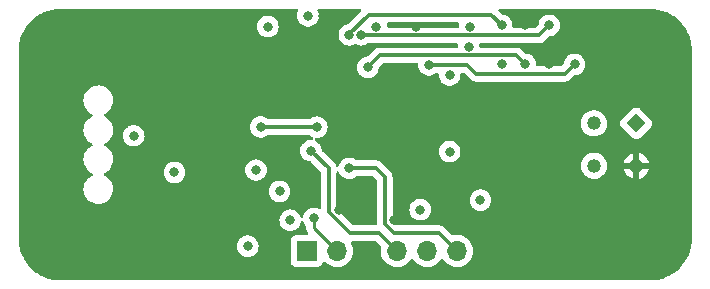
<source format=gbr>
%TF.GenerationSoftware,KiCad,Pcbnew,6.0.6-3a73a75311~116~ubuntu20.04.1*%
%TF.CreationDate,2022-07-05T10:29:56+02:00*%
%TF.ProjectId,Temperature_Tire_Sensor,54656d70-6572-4617-9475-72655f546972,rev?*%
%TF.SameCoordinates,Original*%
%TF.FileFunction,Copper,L4,Bot*%
%TF.FilePolarity,Positive*%
%FSLAX46Y46*%
G04 Gerber Fmt 4.6, Leading zero omitted, Abs format (unit mm)*
G04 Created by KiCad (PCBNEW 6.0.6-3a73a75311~116~ubuntu20.04.1) date 2022-07-05 10:29:56*
%MOMM*%
%LPD*%
G01*
G04 APERTURE LIST*
G04 Aperture macros list*
%AMRotRect*
0 Rectangle, with rotation*
0 The origin of the aperture is its center*
0 $1 length*
0 $2 width*
0 $3 Rotation angle, in degrees counterclockwise*
0 Add horizontal line*
21,1,$1,$2,0,0,$3*%
G04 Aperture macros list end*
%TA.AperFunction,ComponentPad*%
%ADD10C,4.500000*%
%TD*%
%TA.AperFunction,ComponentPad*%
%ADD11RotRect,1.192000X1.192000X45.000000*%
%TD*%
%TA.AperFunction,ComponentPad*%
%ADD12C,1.192000*%
%TD*%
%TA.AperFunction,ComponentPad*%
%ADD13R,1.700000X1.700000*%
%TD*%
%TA.AperFunction,ComponentPad*%
%ADD14O,1.700000X1.700000*%
%TD*%
%TA.AperFunction,ViaPad*%
%ADD15C,0.800000*%
%TD*%
%TA.AperFunction,Conductor*%
%ADD16C,0.300000*%
%TD*%
%TA.AperFunction,Conductor*%
%ADD17C,0.250000*%
%TD*%
G04 APERTURE END LIST*
D10*
%TO.P,H2,1,1*%
%TO.N,GND*%
X153000000Y-115000000D03*
%TD*%
%TO.P,H3,1,1*%
%TO.N,GND*%
X103000000Y-99000000D03*
%TD*%
%TO.P,H1,1,1*%
%TO.N,GND*%
X153000000Y-99000000D03*
%TD*%
D11*
%TO.P,IC1,1,SCL*%
%TO.N,/SCL*%
X151796051Y-105203949D03*
D12*
%TO.P,IC1,2,SDA*%
%TO.N,/SDA*%
X148203949Y-105203949D03*
%TO.P,IC1,3,VDD*%
%TO.N,Net-(C14-Pad1)*%
X148203949Y-108796051D03*
%TO.P,IC1,4,GND*%
%TO.N,GND*%
X151796051Y-108796051D03*
%TD*%
D13*
%TO.P,J1,1,Pin_1*%
%TO.N,+3V3*%
X123900000Y-116000000D03*
D14*
%TO.P,J1,2,Pin_2*%
%TO.N,/SWCLK*%
X126440000Y-116000000D03*
%TO.P,J1,3,Pin_3*%
%TO.N,GND*%
X128980000Y-116000000D03*
%TO.P,J1,4,Pin_4*%
%TO.N,/SWDIO*%
X131520000Y-116000000D03*
%TO.P,J1,5,Pin_5*%
%TO.N,/NRST*%
X134060000Y-116000000D03*
%TO.P,J1,6,Pin_6*%
%TO.N,/SWO*%
X136600000Y-116000000D03*
%TD*%
D10*
%TO.P,H4,1,1*%
%TO.N,GND*%
X103000000Y-115000000D03*
%TD*%
D15*
%TO.N,GND*%
X109250000Y-104750000D03*
X108550000Y-114500000D03*
X135700000Y-113400000D03*
X142400000Y-96900000D03*
X131300000Y-113400000D03*
X116300000Y-105650000D03*
X132000000Y-103000000D03*
X143000000Y-107000000D03*
X119600000Y-107750000D03*
X119150000Y-104350000D03*
X145000000Y-116900000D03*
X140400000Y-100200000D03*
X136900000Y-103200000D03*
X117800000Y-111150000D03*
X110250000Y-102350000D03*
X143000000Y-106000000D03*
X144400000Y-100200000D03*
X143500000Y-108100000D03*
X120350000Y-100150000D03*
X102000000Y-102300000D03*
X125250000Y-96100000D03*
X118100000Y-112550000D03*
X126600000Y-112500000D03*
X142400000Y-111700000D03*
X124500000Y-102250000D03*
X116300000Y-104350000D03*
X138000000Y-108000000D03*
X119150000Y-106900000D03*
X146400000Y-96900000D03*
X116300000Y-106900000D03*
X131250000Y-105500000D03*
X117500000Y-96250000D03*
X133150000Y-97000000D03*
X142400000Y-103800000D03*
X141500000Y-116000000D03*
X116250000Y-108150000D03*
X113750000Y-96250000D03*
X138100000Y-109700000D03*
X136900000Y-109700000D03*
X143000000Y-105000000D03*
X102000000Y-104200000D03*
%TO.N,+3V3*%
X120600000Y-97000000D03*
X109250000Y-106250000D03*
X137700000Y-97000000D03*
X138600000Y-111700000D03*
X112700000Y-109350000D03*
X118900000Y-115600000D03*
X137600000Y-98700000D03*
X122500000Y-113400000D03*
%TO.N,/LED_ERR*%
X128500000Y-97700500D03*
X144425500Y-96900000D03*
%TO.N,/SWCLK*%
X124500000Y-113250000D03*
%TO.N,/SWDIO*%
X124250000Y-107500000D03*
%TO.N,/SWO*%
X127500000Y-109000000D03*
%TO.N,/+3V3_uC*%
X129800000Y-97000000D03*
X119600000Y-109150000D03*
X136000000Y-101100000D03*
X124000000Y-96100000D03*
X121600000Y-110950000D03*
X133500000Y-112500000D03*
X136000000Y-107600000D03*
%TO.N,/CAN_RX*%
X120000000Y-105500000D03*
X124750000Y-105524753D03*
%TO.N,/LED_WAR1*%
X142400000Y-100200000D03*
X129069974Y-100449500D03*
%TO.N,/LED_WAR2*%
X134250000Y-100250000D03*
X146570023Y-100200000D03*
%TO.N,/LED_OK*%
X140400000Y-96900000D03*
X127500000Y-97700000D03*
%TD*%
D16*
%TO.N,/LED_ERR*%
X128549011Y-97749511D02*
X128500000Y-97700500D01*
X144425500Y-96900000D02*
X143575989Y-97749511D01*
X143575989Y-97749511D02*
X128549011Y-97749511D01*
X128500000Y-97700500D02*
X128549500Y-97750000D01*
D17*
%TO.N,/SWCLK*%
X124500000Y-114060000D02*
X124500000Y-113250000D01*
X126440000Y-116000000D02*
X124500000Y-114060000D01*
D16*
%TO.N,/SWDIO*%
X124250000Y-107500000D02*
X125750000Y-109000000D01*
X130020000Y-114500000D02*
X131520000Y-116000000D01*
X125750000Y-109000000D02*
X125750000Y-112709970D01*
X127540030Y-114500000D02*
X130020000Y-114500000D01*
X125750000Y-112709970D02*
X127540030Y-114500000D01*
%TO.N,/SWO*%
X136600000Y-116000000D02*
X135100000Y-114500000D01*
X130500000Y-109750000D02*
X129750000Y-109000000D01*
X131250000Y-114500000D02*
X130500000Y-113750000D01*
X135100000Y-114500000D02*
X131250000Y-114500000D01*
X130500000Y-113750000D02*
X130500000Y-109750000D01*
X129750000Y-109000000D02*
X127500000Y-109000000D01*
%TO.N,/CAN_RX*%
X120024753Y-105524753D02*
X120000000Y-105500000D01*
X124750000Y-105524753D02*
X120274753Y-105524753D01*
%TO.N,/LED_WAR1*%
X129069974Y-100449500D02*
X130068985Y-99450489D01*
X130068985Y-99450489D02*
X141650489Y-99450489D01*
X141650489Y-99450489D02*
X142400000Y-100200000D01*
%TO.N,/LED_WAR2*%
X138250000Y-101000000D02*
X137500000Y-100250000D01*
X137500000Y-100250000D02*
X134250000Y-100250000D01*
X146570023Y-100200000D02*
X145770023Y-101000000D01*
X145770023Y-101000000D02*
X138250000Y-101000000D01*
%TO.N,/LED_OK*%
X140400000Y-96900000D02*
X139500000Y-96000000D01*
X129140530Y-96000000D02*
X127500000Y-97640530D01*
X127500000Y-97640530D02*
X127500000Y-97700000D01*
X139500000Y-96000000D02*
X129140530Y-96000000D01*
%TD*%
%TA.AperFunction,Conductor*%
%TO.N,GND*%
G36*
X123142341Y-95528502D02*
G01*
X123188834Y-95582158D01*
X123198938Y-95652432D01*
X123183338Y-95697501D01*
X123165473Y-95728444D01*
X123106458Y-95910072D01*
X123105768Y-95916633D01*
X123105768Y-95916635D01*
X123105333Y-95920772D01*
X123086496Y-96100000D01*
X123087186Y-96106565D01*
X123099228Y-96221134D01*
X123106458Y-96289928D01*
X123165473Y-96471556D01*
X123260960Y-96636944D01*
X123388747Y-96778866D01*
X123543248Y-96891118D01*
X123549276Y-96893802D01*
X123549278Y-96893803D01*
X123711681Y-96966109D01*
X123717712Y-96968794D01*
X123811112Y-96988647D01*
X123898056Y-97007128D01*
X123898061Y-97007128D01*
X123904513Y-97008500D01*
X124095487Y-97008500D01*
X124101939Y-97007128D01*
X124101944Y-97007128D01*
X124188888Y-96988647D01*
X124282288Y-96968794D01*
X124288319Y-96966109D01*
X124450722Y-96893803D01*
X124450724Y-96893802D01*
X124456752Y-96891118D01*
X124611253Y-96778866D01*
X124739040Y-96636944D01*
X124834527Y-96471556D01*
X124893542Y-96289928D01*
X124900773Y-96221134D01*
X124912814Y-96106565D01*
X124913504Y-96100000D01*
X124894667Y-95920772D01*
X124894232Y-95916635D01*
X124894232Y-95916633D01*
X124893542Y-95910072D01*
X124834527Y-95728444D01*
X124816662Y-95697501D01*
X124799923Y-95628506D01*
X124823143Y-95561414D01*
X124878949Y-95517526D01*
X124925780Y-95508500D01*
X128396580Y-95508500D01*
X128464701Y-95528502D01*
X128511194Y-95582158D01*
X128521298Y-95652432D01*
X128491804Y-95717012D01*
X128485675Y-95723595D01*
X127447741Y-96761529D01*
X127384843Y-96795681D01*
X127217712Y-96831206D01*
X127211682Y-96833891D01*
X127211681Y-96833891D01*
X127049278Y-96906197D01*
X127049276Y-96906198D01*
X127043248Y-96908882D01*
X126888747Y-97021134D01*
X126884326Y-97026044D01*
X126884325Y-97026045D01*
X126825830Y-97091011D01*
X126760960Y-97163056D01*
X126665473Y-97328444D01*
X126606458Y-97510072D01*
X126605768Y-97516633D01*
X126605768Y-97516635D01*
X126598819Y-97582749D01*
X126586496Y-97700000D01*
X126587186Y-97706565D01*
X126603955Y-97866109D01*
X126606458Y-97889928D01*
X126665473Y-98071556D01*
X126760960Y-98236944D01*
X126765378Y-98241851D01*
X126765379Y-98241852D01*
X126870550Y-98358656D01*
X126888747Y-98378866D01*
X126928947Y-98408073D01*
X127030243Y-98481669D01*
X127043248Y-98491118D01*
X127049276Y-98493802D01*
X127049278Y-98493803D01*
X127169170Y-98547182D01*
X127217712Y-98568794D01*
X127311112Y-98588647D01*
X127398056Y-98607128D01*
X127398061Y-98607128D01*
X127404513Y-98608500D01*
X127595487Y-98608500D01*
X127601939Y-98607128D01*
X127601944Y-98607128D01*
X127688888Y-98588647D01*
X127782288Y-98568794D01*
X127948191Y-98494930D01*
X128018556Y-98485496D01*
X128050687Y-98494930D01*
X128217712Y-98569294D01*
X128311112Y-98589147D01*
X128398056Y-98607628D01*
X128398061Y-98607628D01*
X128404513Y-98609000D01*
X128595487Y-98609000D01*
X128601939Y-98607628D01*
X128601944Y-98607628D01*
X128688888Y-98589147D01*
X128782288Y-98569294D01*
X128831953Y-98547182D01*
X128950722Y-98494303D01*
X128950724Y-98494302D01*
X128956752Y-98491618D01*
X128976399Y-98477344D01*
X129038706Y-98432075D01*
X129112767Y-98408011D01*
X136577248Y-98408011D01*
X136645369Y-98428013D01*
X136691862Y-98481669D01*
X136702558Y-98547181D01*
X136696304Y-98606684D01*
X136688686Y-98679160D01*
X136661672Y-98744817D01*
X136603451Y-98785446D01*
X136563376Y-98791989D01*
X130151044Y-98791989D01*
X130139188Y-98791430D01*
X130131448Y-98789700D01*
X130123522Y-98789949D01*
X130123521Y-98789949D01*
X130060596Y-98791927D01*
X130056638Y-98791989D01*
X130027553Y-98791989D01*
X130023622Y-98792486D01*
X130023615Y-98792486D01*
X130023164Y-98792543D01*
X130011328Y-98793475D01*
X129965154Y-98794927D01*
X129944564Y-98800909D01*
X129925203Y-98804919D01*
X129918215Y-98805801D01*
X129911781Y-98806614D01*
X129911780Y-98806614D01*
X129903921Y-98807607D01*
X129896556Y-98810523D01*
X129896552Y-98810524D01*
X129860964Y-98824615D01*
X129849754Y-98828454D01*
X129805385Y-98841344D01*
X129786920Y-98852264D01*
X129769180Y-98860955D01*
X129749229Y-98868854D01*
X129711859Y-98896005D01*
X129701937Y-98902522D01*
X129669008Y-98921996D01*
X129669004Y-98921999D01*
X129662178Y-98926036D01*
X129647014Y-98941200D01*
X129631981Y-98954040D01*
X129614628Y-98966648D01*
X129592229Y-98993724D01*
X129585183Y-99002241D01*
X129577193Y-99011021D01*
X129084119Y-99504095D01*
X129021807Y-99538121D01*
X128995024Y-99541000D01*
X128974487Y-99541000D01*
X128968035Y-99542372D01*
X128968030Y-99542372D01*
X128881087Y-99560853D01*
X128787686Y-99580706D01*
X128781656Y-99583391D01*
X128781655Y-99583391D01*
X128619252Y-99655697D01*
X128619250Y-99655698D01*
X128613222Y-99658382D01*
X128607881Y-99662262D01*
X128607880Y-99662263D01*
X128557817Y-99698636D01*
X128458721Y-99770634D01*
X128330934Y-99912556D01*
X128235447Y-100077944D01*
X128176432Y-100259572D01*
X128156470Y-100449500D01*
X128157160Y-100456065D01*
X128174554Y-100621556D01*
X128176432Y-100639428D01*
X128235447Y-100821056D01*
X128330934Y-100986444D01*
X128335352Y-100991351D01*
X128335353Y-100991352D01*
X128443426Y-101111379D01*
X128458721Y-101128366D01*
X128613222Y-101240618D01*
X128619250Y-101243302D01*
X128619252Y-101243303D01*
X128738075Y-101296206D01*
X128787686Y-101318294D01*
X128881086Y-101338147D01*
X128968030Y-101356628D01*
X128968035Y-101356628D01*
X128974487Y-101358000D01*
X129165461Y-101358000D01*
X129171913Y-101356628D01*
X129171918Y-101356628D01*
X129258862Y-101338147D01*
X129352262Y-101318294D01*
X129401873Y-101296206D01*
X129520696Y-101243303D01*
X129520698Y-101243302D01*
X129526726Y-101240618D01*
X129681227Y-101128366D01*
X129696522Y-101111379D01*
X129804595Y-100991352D01*
X129804596Y-100991351D01*
X129809014Y-100986444D01*
X129904501Y-100821056D01*
X129963516Y-100639428D01*
X129965395Y-100621556D01*
X129976729Y-100513714D01*
X130003742Y-100448058D01*
X130012944Y-100437790D01*
X130304840Y-100145894D01*
X130367152Y-100111868D01*
X130393935Y-100108989D01*
X133211379Y-100108989D01*
X133279500Y-100128991D01*
X133325993Y-100182647D01*
X133334845Y-100236829D01*
X133337186Y-100236829D01*
X133337186Y-100243435D01*
X133336496Y-100250000D01*
X133356458Y-100439928D01*
X133415473Y-100621556D01*
X133418776Y-100627278D01*
X133418777Y-100627279D01*
X133452686Y-100686010D01*
X133510960Y-100786944D01*
X133515378Y-100791851D01*
X133515379Y-100791852D01*
X133589305Y-100873955D01*
X133638747Y-100928866D01*
X133793248Y-101041118D01*
X133799276Y-101043802D01*
X133799278Y-101043803D01*
X133961681Y-101116109D01*
X133967712Y-101118794D01*
X134061112Y-101138647D01*
X134148056Y-101157128D01*
X134148061Y-101157128D01*
X134154513Y-101158500D01*
X134345487Y-101158500D01*
X134351939Y-101157128D01*
X134351944Y-101157128D01*
X134438888Y-101138647D01*
X134532288Y-101118794D01*
X134538319Y-101116109D01*
X134700722Y-101043803D01*
X134700724Y-101043802D01*
X134706752Y-101041118D01*
X134856163Y-100932564D01*
X134923031Y-100908706D01*
X134930224Y-100908500D01*
X134966686Y-100908500D01*
X135034807Y-100928502D01*
X135081300Y-100982158D01*
X135091996Y-101047670D01*
X135086496Y-101100000D01*
X135087186Y-101106565D01*
X135101558Y-101243303D01*
X135106458Y-101289928D01*
X135165473Y-101471556D01*
X135260960Y-101636944D01*
X135265378Y-101641851D01*
X135265379Y-101641852D01*
X135282205Y-101660539D01*
X135388747Y-101778866D01*
X135543248Y-101891118D01*
X135549276Y-101893802D01*
X135549278Y-101893803D01*
X135711681Y-101966109D01*
X135717712Y-101968794D01*
X135811113Y-101988647D01*
X135898056Y-102007128D01*
X135898061Y-102007128D01*
X135904513Y-102008500D01*
X136095487Y-102008500D01*
X136101939Y-102007128D01*
X136101944Y-102007128D01*
X136188887Y-101988647D01*
X136282288Y-101968794D01*
X136288319Y-101966109D01*
X136450722Y-101893803D01*
X136450724Y-101893802D01*
X136456752Y-101891118D01*
X136611253Y-101778866D01*
X136717795Y-101660539D01*
X136734621Y-101641852D01*
X136734622Y-101641851D01*
X136739040Y-101636944D01*
X136834527Y-101471556D01*
X136893542Y-101289928D01*
X136898443Y-101243303D01*
X136912814Y-101106565D01*
X136913504Y-101100000D01*
X136908004Y-101047670D01*
X136920776Y-100977832D01*
X136969278Y-100925985D01*
X137033314Y-100908500D01*
X137175050Y-100908500D01*
X137243171Y-100928502D01*
X137264145Y-100945405D01*
X137726345Y-101407605D01*
X137734335Y-101416385D01*
X137738584Y-101423080D01*
X137744362Y-101428506D01*
X137744363Y-101428507D01*
X137790257Y-101471604D01*
X137793099Y-101474359D01*
X137813667Y-101494927D01*
X137817170Y-101497644D01*
X137826195Y-101505352D01*
X137859867Y-101536972D01*
X137866818Y-101540793D01*
X137866819Y-101540794D01*
X137878658Y-101547303D01*
X137895182Y-101558157D01*
X137905865Y-101566443D01*
X137912132Y-101571304D01*
X137936006Y-101581635D01*
X137954536Y-101589654D01*
X137965181Y-101594869D01*
X138005663Y-101617124D01*
X138013337Y-101619094D01*
X138013344Y-101619097D01*
X138026426Y-101622455D01*
X138045134Y-101628860D01*
X138064823Y-101637380D01*
X138072649Y-101638619D01*
X138072651Y-101638620D01*
X138093060Y-101641852D01*
X138110459Y-101644608D01*
X138122070Y-101647012D01*
X138153107Y-101654981D01*
X138159135Y-101656529D01*
X138159136Y-101656529D01*
X138166812Y-101658500D01*
X138188258Y-101658500D01*
X138207968Y-101660051D01*
X138221322Y-101662166D01*
X138221323Y-101662166D01*
X138229152Y-101663406D01*
X138275141Y-101659059D01*
X138286996Y-101658500D01*
X145687967Y-101658500D01*
X145699823Y-101659059D01*
X145699826Y-101659059D01*
X145707560Y-101660788D01*
X145778392Y-101658562D01*
X145782350Y-101658500D01*
X145811455Y-101658500D01*
X145815855Y-101657944D01*
X145827687Y-101657012D01*
X145873854Y-101655562D01*
X145894444Y-101649580D01*
X145913805Y-101645570D01*
X145921431Y-101644607D01*
X145927227Y-101643875D01*
X145927228Y-101643875D01*
X145935087Y-101642882D01*
X145942452Y-101639966D01*
X145942456Y-101639965D01*
X145978044Y-101625874D01*
X145989254Y-101622035D01*
X146033623Y-101609145D01*
X146052088Y-101598225D01*
X146069828Y-101589534D01*
X146089779Y-101581635D01*
X146127152Y-101554482D01*
X146137071Y-101547967D01*
X146170000Y-101528493D01*
X146170004Y-101528490D01*
X146176830Y-101524453D01*
X146191994Y-101509289D01*
X146207028Y-101496448D01*
X146224380Y-101483841D01*
X146253826Y-101448247D01*
X146261815Y-101439468D01*
X146555878Y-101145405D01*
X146618190Y-101111379D01*
X146644973Y-101108500D01*
X146665510Y-101108500D01*
X146671962Y-101107128D01*
X146671967Y-101107128D01*
X146758910Y-101088647D01*
X146852311Y-101068794D01*
X146923190Y-101037237D01*
X147020745Y-100993803D01*
X147020747Y-100993802D01*
X147026775Y-100991118D01*
X147039108Y-100982158D01*
X147112958Y-100928502D01*
X147181276Y-100878866D01*
X147264043Y-100786944D01*
X147304644Y-100741852D01*
X147304645Y-100741851D01*
X147309063Y-100736944D01*
X147404550Y-100571556D01*
X147463565Y-100389928D01*
X147483527Y-100200000D01*
X147474264Y-100111868D01*
X147464255Y-100016635D01*
X147464255Y-100016633D01*
X147463565Y-100010072D01*
X147404550Y-99828444D01*
X147309063Y-99663056D01*
X147237333Y-99583391D01*
X147185698Y-99526045D01*
X147185697Y-99526044D01*
X147181276Y-99521134D01*
X147026775Y-99408882D01*
X147020747Y-99406198D01*
X147020745Y-99406197D01*
X146858342Y-99333891D01*
X146858341Y-99333891D01*
X146852311Y-99331206D01*
X146758910Y-99311353D01*
X146671967Y-99292872D01*
X146671962Y-99292872D01*
X146665510Y-99291500D01*
X146474536Y-99291500D01*
X146468084Y-99292872D01*
X146468079Y-99292872D01*
X146381136Y-99311353D01*
X146287735Y-99331206D01*
X146281705Y-99333891D01*
X146281704Y-99333891D01*
X146119301Y-99406197D01*
X146119299Y-99406198D01*
X146113271Y-99408882D01*
X145958770Y-99521134D01*
X145954349Y-99526044D01*
X145954348Y-99526045D01*
X145902714Y-99583391D01*
X145830983Y-99663056D01*
X145735496Y-99828444D01*
X145676481Y-100010072D01*
X145675791Y-100016635D01*
X145675791Y-100016636D01*
X145663268Y-100135786D01*
X145636255Y-100201442D01*
X145627053Y-100211710D01*
X145534168Y-100304595D01*
X145471856Y-100338621D01*
X145445073Y-100341500D01*
X143438569Y-100341500D01*
X143370448Y-100321498D01*
X143323955Y-100267842D01*
X143315030Y-100213170D01*
X143312814Y-100213170D01*
X143312814Y-100206565D01*
X143313504Y-100200000D01*
X143304241Y-100111868D01*
X143294232Y-100016635D01*
X143294232Y-100016633D01*
X143293542Y-100010072D01*
X143234527Y-99828444D01*
X143139040Y-99663056D01*
X143067310Y-99583391D01*
X143015675Y-99526045D01*
X143015674Y-99526044D01*
X143011253Y-99521134D01*
X142856752Y-99408882D01*
X142850724Y-99406198D01*
X142850722Y-99406197D01*
X142688319Y-99333891D01*
X142688318Y-99333891D01*
X142682288Y-99331206D01*
X142588887Y-99311353D01*
X142501944Y-99292872D01*
X142501939Y-99292872D01*
X142495487Y-99291500D01*
X142474950Y-99291500D01*
X142406829Y-99271498D01*
X142385855Y-99254595D01*
X142174144Y-99042884D01*
X142166154Y-99034104D01*
X142166152Y-99034102D01*
X142161905Y-99027409D01*
X142144454Y-99011021D01*
X142110232Y-98978885D01*
X142107390Y-98976130D01*
X142086822Y-98955562D01*
X142083315Y-98952842D01*
X142074293Y-98945136D01*
X142070102Y-98941200D01*
X142040622Y-98913517D01*
X142033670Y-98909695D01*
X142021831Y-98903186D01*
X142005307Y-98892332D01*
X141994621Y-98884044D01*
X141988357Y-98879185D01*
X141981085Y-98876038D01*
X141981083Y-98876037D01*
X141945954Y-98860835D01*
X141935294Y-98855613D01*
X141901773Y-98837184D01*
X141901771Y-98837183D01*
X141894826Y-98833365D01*
X141874048Y-98828030D01*
X141855358Y-98821631D01*
X141835665Y-98813109D01*
X141790041Y-98805883D01*
X141778418Y-98803476D01*
X141744150Y-98794678D01*
X141733677Y-98791989D01*
X141712230Y-98791989D01*
X141692520Y-98790438D01*
X141671337Y-98787083D01*
X141625348Y-98791430D01*
X141613493Y-98791989D01*
X138636624Y-98791989D01*
X138568503Y-98771987D01*
X138522010Y-98718331D01*
X138511314Y-98679160D01*
X138503696Y-98606684D01*
X138497442Y-98547181D01*
X138510214Y-98477344D01*
X138558716Y-98425497D01*
X138622752Y-98408011D01*
X143493933Y-98408011D01*
X143505789Y-98408570D01*
X143505792Y-98408570D01*
X143513526Y-98410299D01*
X143584358Y-98408073D01*
X143588316Y-98408011D01*
X143617421Y-98408011D01*
X143621821Y-98407455D01*
X143633653Y-98406523D01*
X143679820Y-98405073D01*
X143700410Y-98399091D01*
X143719771Y-98395081D01*
X143726759Y-98394199D01*
X143733193Y-98393386D01*
X143733194Y-98393386D01*
X143741053Y-98392393D01*
X143748418Y-98389477D01*
X143748422Y-98389476D01*
X143784010Y-98375385D01*
X143795220Y-98371546D01*
X143839589Y-98358656D01*
X143858054Y-98347736D01*
X143875794Y-98339045D01*
X143895745Y-98331146D01*
X143933118Y-98303993D01*
X143943037Y-98297478D01*
X143975966Y-98278004D01*
X143975970Y-98278001D01*
X143982796Y-98273964D01*
X143997960Y-98258800D01*
X144012994Y-98245959D01*
X144023932Y-98238012D01*
X144030346Y-98233352D01*
X144059792Y-98197758D01*
X144067781Y-98188979D01*
X144411355Y-97845405D01*
X144473667Y-97811379D01*
X144500450Y-97808500D01*
X144520987Y-97808500D01*
X144527439Y-97807128D01*
X144527444Y-97807128D01*
X144621021Y-97787237D01*
X144707788Y-97768794D01*
X144713819Y-97766109D01*
X144876222Y-97693803D01*
X144876224Y-97693802D01*
X144882252Y-97691118D01*
X144899116Y-97678866D01*
X144937657Y-97650864D01*
X145036753Y-97578866D01*
X145164540Y-97436944D01*
X145260027Y-97271556D01*
X145319042Y-97089928D01*
X145321031Y-97071009D01*
X145338314Y-96906565D01*
X145338314Y-96906564D01*
X145339004Y-96900000D01*
X145329552Y-96810072D01*
X145319732Y-96716635D01*
X145319732Y-96716633D01*
X145319042Y-96710072D01*
X145260027Y-96528444D01*
X145164540Y-96363056D01*
X145036753Y-96221134D01*
X144882252Y-96108882D01*
X144876224Y-96106198D01*
X144876222Y-96106197D01*
X144713819Y-96033891D01*
X144713818Y-96033891D01*
X144707788Y-96031206D01*
X144614388Y-96011353D01*
X144527444Y-95992872D01*
X144527439Y-95992872D01*
X144520987Y-95991500D01*
X144330013Y-95991500D01*
X144323561Y-95992872D01*
X144323556Y-95992872D01*
X144236612Y-96011353D01*
X144143212Y-96031206D01*
X144137182Y-96033891D01*
X144137181Y-96033891D01*
X143974778Y-96106197D01*
X143974776Y-96106198D01*
X143968748Y-96108882D01*
X143814247Y-96221134D01*
X143686460Y-96363056D01*
X143590973Y-96528444D01*
X143588931Y-96534729D01*
X143536724Y-96695405D01*
X143531958Y-96710072D01*
X143519371Y-96829834D01*
X143518745Y-96835786D01*
X143491732Y-96901442D01*
X143482530Y-96911710D01*
X143340134Y-97054106D01*
X143277822Y-97088132D01*
X143251039Y-97091011D01*
X141433365Y-97091011D01*
X141365244Y-97071009D01*
X141318751Y-97017353D01*
X141308055Y-96951840D01*
X141311419Y-96919841D01*
X141313504Y-96900000D01*
X141304052Y-96810072D01*
X141294232Y-96716635D01*
X141294232Y-96716633D01*
X141293542Y-96710072D01*
X141234527Y-96528444D01*
X141139040Y-96363056D01*
X141011253Y-96221134D01*
X140856752Y-96108882D01*
X140850724Y-96106198D01*
X140850722Y-96106197D01*
X140688319Y-96033891D01*
X140688318Y-96033891D01*
X140682288Y-96031206D01*
X140588888Y-96011353D01*
X140501944Y-95992872D01*
X140501939Y-95992872D01*
X140495487Y-95991500D01*
X140474950Y-95991500D01*
X140406829Y-95971498D01*
X140385855Y-95954595D01*
X140154855Y-95723595D01*
X140120829Y-95661283D01*
X140125894Y-95590468D01*
X140168441Y-95533632D01*
X140234961Y-95508821D01*
X140243950Y-95508500D01*
X152950633Y-95508500D01*
X152970018Y-95510000D01*
X152984852Y-95512310D01*
X152984855Y-95512310D01*
X152993724Y-95513691D01*
X153002627Y-95512527D01*
X153002628Y-95512527D01*
X153013076Y-95511161D01*
X153035594Y-95510249D01*
X153336051Y-95525010D01*
X153348345Y-95526221D01*
X153675034Y-95574680D01*
X153687156Y-95577090D01*
X153707387Y-95582158D01*
X154007523Y-95657339D01*
X154019355Y-95660928D01*
X154330311Y-95772190D01*
X154341735Y-95776922D01*
X154409500Y-95808972D01*
X154640292Y-95918128D01*
X154651188Y-95923953D01*
X154702312Y-95954595D01*
X154934467Y-96093744D01*
X154944748Y-96100614D01*
X154961129Y-96112763D01*
X155210017Y-96297350D01*
X155219556Y-96305177D01*
X155464282Y-96526985D01*
X155473015Y-96535718D01*
X155694823Y-96780444D01*
X155702650Y-96789983D01*
X155835265Y-96968794D01*
X155899386Y-97055252D01*
X155906256Y-97065533D01*
X155968137Y-97168774D01*
X156060410Y-97322721D01*
X156076045Y-97348807D01*
X156081872Y-97359708D01*
X156115697Y-97431226D01*
X156223078Y-97658265D01*
X156227810Y-97669689D01*
X156339072Y-97980645D01*
X156342661Y-97992477D01*
X156422909Y-98312841D01*
X156425320Y-98324966D01*
X156467453Y-98609000D01*
X156473779Y-98651650D01*
X156474990Y-98663949D01*
X156489318Y-98955562D01*
X156489390Y-98957034D01*
X156488042Y-98982598D01*
X156486309Y-98993724D01*
X156487474Y-99002630D01*
X156490436Y-99025283D01*
X156491500Y-99041621D01*
X156491500Y-114950633D01*
X156490000Y-114970018D01*
X156486309Y-114993724D01*
X156487473Y-115002627D01*
X156487473Y-115002628D01*
X156488839Y-115013076D01*
X156489751Y-115035594D01*
X156477505Y-115284877D01*
X156474991Y-115336045D01*
X156473779Y-115348345D01*
X156435477Y-115606565D01*
X156425321Y-115675031D01*
X156422910Y-115687156D01*
X156400314Y-115777361D01*
X156342661Y-116007523D01*
X156339072Y-116019355D01*
X156227810Y-116330311D01*
X156223078Y-116341735D01*
X156081874Y-116640288D01*
X156076047Y-116651188D01*
X156045546Y-116702077D01*
X155906256Y-116934467D01*
X155899386Y-116944748D01*
X155873700Y-116979382D01*
X155702650Y-117210017D01*
X155694823Y-117219556D01*
X155473020Y-117464277D01*
X155464282Y-117473015D01*
X155219556Y-117694823D01*
X155210017Y-117702650D01*
X155015517Y-117846901D01*
X154944748Y-117899386D01*
X154934467Y-117906256D01*
X154792101Y-117991588D01*
X154651188Y-118076047D01*
X154640292Y-118081872D01*
X154505870Y-118145448D01*
X154341735Y-118223078D01*
X154330311Y-118227810D01*
X154019355Y-118339072D01*
X154007523Y-118342661D01*
X153781196Y-118399354D01*
X153687156Y-118422910D01*
X153675034Y-118425320D01*
X153348345Y-118473779D01*
X153336051Y-118474990D01*
X153042961Y-118489390D01*
X153017402Y-118488042D01*
X153006276Y-118486309D01*
X152974714Y-118490436D01*
X152958379Y-118491500D01*
X103049367Y-118491500D01*
X103029982Y-118490000D01*
X103015148Y-118487690D01*
X103015145Y-118487690D01*
X103006276Y-118486309D01*
X102997373Y-118487473D01*
X102997372Y-118487473D01*
X102986924Y-118488839D01*
X102964406Y-118489751D01*
X102663949Y-118474990D01*
X102651655Y-118473779D01*
X102324966Y-118425320D01*
X102312844Y-118422910D01*
X102218804Y-118399354D01*
X101992477Y-118342661D01*
X101980645Y-118339072D01*
X101669689Y-118227810D01*
X101658265Y-118223078D01*
X101494130Y-118145448D01*
X101359708Y-118081872D01*
X101348812Y-118076047D01*
X101207899Y-117991588D01*
X101065533Y-117906256D01*
X101055252Y-117899386D01*
X100984483Y-117846901D01*
X100789983Y-117702650D01*
X100780444Y-117694823D01*
X100535718Y-117473015D01*
X100526980Y-117464277D01*
X100305177Y-117219556D01*
X100297350Y-117210017D01*
X100126300Y-116979382D01*
X100100614Y-116944748D01*
X100093744Y-116934467D01*
X99954454Y-116702077D01*
X99923953Y-116651188D01*
X99918126Y-116640288D01*
X99776922Y-116341735D01*
X99772190Y-116330311D01*
X99660928Y-116019355D01*
X99657339Y-116007523D01*
X99599686Y-115777361D01*
X99577090Y-115687156D01*
X99574679Y-115675031D01*
X99564523Y-115606565D01*
X99563549Y-115600000D01*
X117986496Y-115600000D01*
X117987186Y-115606565D01*
X118005680Y-115782522D01*
X118006458Y-115789928D01*
X118065473Y-115971556D01*
X118160960Y-116136944D01*
X118288747Y-116278866D01*
X118443248Y-116391118D01*
X118449276Y-116393802D01*
X118449278Y-116393803D01*
X118611681Y-116466109D01*
X118617712Y-116468794D01*
X118706563Y-116487680D01*
X118798056Y-116507128D01*
X118798061Y-116507128D01*
X118804513Y-116508500D01*
X118995487Y-116508500D01*
X119001939Y-116507128D01*
X119001944Y-116507128D01*
X119093437Y-116487680D01*
X119182288Y-116468794D01*
X119188319Y-116466109D01*
X119350722Y-116393803D01*
X119350724Y-116393802D01*
X119356752Y-116391118D01*
X119511253Y-116278866D01*
X119639040Y-116136944D01*
X119734527Y-115971556D01*
X119793542Y-115789928D01*
X119794321Y-115782522D01*
X119812814Y-115606565D01*
X119813504Y-115600000D01*
X119793542Y-115410072D01*
X119734527Y-115228444D01*
X119699790Y-115168277D01*
X119642341Y-115068774D01*
X119639040Y-115063056D01*
X119625070Y-115047540D01*
X119515675Y-114926045D01*
X119515674Y-114926044D01*
X119511253Y-114921134D01*
X119356752Y-114808882D01*
X119350724Y-114806198D01*
X119350722Y-114806197D01*
X119188319Y-114733891D01*
X119188318Y-114733891D01*
X119182288Y-114731206D01*
X119088887Y-114711353D01*
X119001944Y-114692872D01*
X119001939Y-114692872D01*
X118995487Y-114691500D01*
X118804513Y-114691500D01*
X118798061Y-114692872D01*
X118798056Y-114692872D01*
X118711113Y-114711353D01*
X118617712Y-114731206D01*
X118611682Y-114733891D01*
X118611681Y-114733891D01*
X118449278Y-114806197D01*
X118449276Y-114806198D01*
X118443248Y-114808882D01*
X118288747Y-114921134D01*
X118284326Y-114926044D01*
X118284325Y-114926045D01*
X118174931Y-115047540D01*
X118160960Y-115063056D01*
X118157659Y-115068774D01*
X118100211Y-115168277D01*
X118065473Y-115228444D01*
X118006458Y-115410072D01*
X117986496Y-115600000D01*
X99563549Y-115600000D01*
X99526220Y-115348343D01*
X99525009Y-115336045D01*
X99522496Y-115284877D01*
X99516854Y-115170043D01*
X99510795Y-115046695D01*
X99512387Y-115019619D01*
X99513576Y-115012552D01*
X99513729Y-115000000D01*
X99509773Y-114972376D01*
X99508500Y-114954514D01*
X99508500Y-110789690D01*
X104987037Y-110789690D01*
X105014025Y-111012715D01*
X105080082Y-111227435D01*
X105082652Y-111232415D01*
X105082654Y-111232419D01*
X105147852Y-111358738D01*
X105183118Y-111427064D01*
X105319877Y-111605292D01*
X105486036Y-111756485D01*
X105490783Y-111759463D01*
X105490786Y-111759465D01*
X105619229Y-111840036D01*
X105676344Y-111875864D01*
X105884783Y-111959656D01*
X106104767Y-112005213D01*
X106109378Y-112005479D01*
X106109379Y-112005479D01*
X106159952Y-112008395D01*
X106159956Y-112008395D01*
X106161775Y-112008500D01*
X106306999Y-112008500D01*
X106309786Y-112008251D01*
X106309792Y-112008251D01*
X106379929Y-112001991D01*
X106473762Y-111993617D01*
X106479176Y-111992136D01*
X106479181Y-111992135D01*
X106606912Y-111957191D01*
X106690451Y-111934337D01*
X106695509Y-111931925D01*
X106695513Y-111931923D01*
X106813042Y-111875864D01*
X106893218Y-111837622D01*
X107075654Y-111706529D01*
X107231992Y-111545201D01*
X107357290Y-111358738D01*
X107447588Y-111153033D01*
X107450735Y-111139928D01*
X107496332Y-110950000D01*
X120686496Y-110950000D01*
X120687186Y-110956565D01*
X120694489Y-111026045D01*
X120706458Y-111139928D01*
X120765473Y-111321556D01*
X120860960Y-111486944D01*
X120865378Y-111491851D01*
X120865379Y-111491852D01*
X120984325Y-111623955D01*
X120988747Y-111628866D01*
X121077618Y-111693435D01*
X121100150Y-111709805D01*
X121143248Y-111741118D01*
X121149276Y-111743802D01*
X121149278Y-111743803D01*
X121184456Y-111759465D01*
X121317712Y-111818794D01*
X121390897Y-111834350D01*
X121498056Y-111857128D01*
X121498061Y-111857128D01*
X121504513Y-111858500D01*
X121695487Y-111858500D01*
X121701939Y-111857128D01*
X121701944Y-111857128D01*
X121809103Y-111834350D01*
X121882288Y-111818794D01*
X122015544Y-111759465D01*
X122050722Y-111743803D01*
X122050724Y-111743802D01*
X122056752Y-111741118D01*
X122099851Y-111709805D01*
X122122382Y-111693435D01*
X122211253Y-111628866D01*
X122215675Y-111623955D01*
X122334621Y-111491852D01*
X122334622Y-111491851D01*
X122339040Y-111486944D01*
X122434527Y-111321556D01*
X122493542Y-111139928D01*
X122505512Y-111026045D01*
X122512814Y-110956565D01*
X122513504Y-110950000D01*
X122501301Y-110833891D01*
X122494232Y-110766635D01*
X122494232Y-110766633D01*
X122493542Y-110760072D01*
X122434527Y-110578444D01*
X122430239Y-110571016D01*
X122342341Y-110418774D01*
X122339040Y-110413056D01*
X122217370Y-110277927D01*
X122215675Y-110276045D01*
X122215674Y-110276044D01*
X122211253Y-110271134D01*
X122056752Y-110158882D01*
X122050724Y-110156198D01*
X122050722Y-110156197D01*
X121888319Y-110083891D01*
X121888318Y-110083891D01*
X121882288Y-110081206D01*
X121788888Y-110061353D01*
X121701944Y-110042872D01*
X121701939Y-110042872D01*
X121695487Y-110041500D01*
X121504513Y-110041500D01*
X121498061Y-110042872D01*
X121498056Y-110042872D01*
X121411112Y-110061353D01*
X121317712Y-110081206D01*
X121311682Y-110083891D01*
X121311681Y-110083891D01*
X121149278Y-110156197D01*
X121149276Y-110156198D01*
X121143248Y-110158882D01*
X120988747Y-110271134D01*
X120984326Y-110276044D01*
X120984325Y-110276045D01*
X120982631Y-110277927D01*
X120860960Y-110413056D01*
X120857659Y-110418774D01*
X120769762Y-110571016D01*
X120765473Y-110578444D01*
X120706458Y-110760072D01*
X120705768Y-110766633D01*
X120705768Y-110766635D01*
X120698699Y-110833891D01*
X120686496Y-110950000D01*
X107496332Y-110950000D01*
X107498722Y-110940046D01*
X107498722Y-110940045D01*
X107500032Y-110934589D01*
X107512963Y-110710310D01*
X107485975Y-110487285D01*
X107419918Y-110272565D01*
X107417176Y-110267251D01*
X107319454Y-110077919D01*
X107319454Y-110077918D01*
X107316882Y-110072936D01*
X107180123Y-109894708D01*
X107013964Y-109743515D01*
X107009217Y-109740537D01*
X107009214Y-109740535D01*
X106828405Y-109627115D01*
X106823656Y-109624136D01*
X106801761Y-109615334D01*
X106746018Y-109571370D01*
X106722892Y-109504245D01*
X106739728Y-109435274D01*
X106794513Y-109384703D01*
X106867268Y-109350000D01*
X111786496Y-109350000D01*
X111787186Y-109356565D01*
X111805129Y-109527279D01*
X111806458Y-109539928D01*
X111865473Y-109721556D01*
X111868776Y-109727278D01*
X111868777Y-109727279D01*
X111892087Y-109767653D01*
X111960960Y-109886944D01*
X111965378Y-109891851D01*
X111965379Y-109891852D01*
X112079678Y-110018794D01*
X112088747Y-110028866D01*
X112243248Y-110141118D01*
X112249276Y-110143802D01*
X112249278Y-110143803D01*
X112411681Y-110216109D01*
X112417712Y-110218794D01*
X112511113Y-110238647D01*
X112598056Y-110257128D01*
X112598061Y-110257128D01*
X112604513Y-110258500D01*
X112795487Y-110258500D01*
X112801939Y-110257128D01*
X112801944Y-110257128D01*
X112888887Y-110238647D01*
X112982288Y-110218794D01*
X112988319Y-110216109D01*
X113150722Y-110143803D01*
X113150724Y-110143802D01*
X113156752Y-110141118D01*
X113311253Y-110028866D01*
X113320322Y-110018794D01*
X113434621Y-109891852D01*
X113434622Y-109891851D01*
X113439040Y-109886944D01*
X113507913Y-109767653D01*
X113531223Y-109727279D01*
X113531224Y-109727278D01*
X113534527Y-109721556D01*
X113593542Y-109539928D01*
X113594872Y-109527279D01*
X113612814Y-109356565D01*
X113613504Y-109350000D01*
X113593542Y-109160072D01*
X113590269Y-109150000D01*
X118686496Y-109150000D01*
X118687186Y-109156565D01*
X118705208Y-109328032D01*
X118706458Y-109339928D01*
X118765473Y-109521556D01*
X118860960Y-109686944D01*
X118865378Y-109691851D01*
X118865379Y-109691852D01*
X118971206Y-109809385D01*
X118988747Y-109828866D01*
X119143248Y-109941118D01*
X119149276Y-109943802D01*
X119149278Y-109943803D01*
X119173976Y-109954799D01*
X119317712Y-110018794D01*
X119383365Y-110032749D01*
X119498056Y-110057128D01*
X119498061Y-110057128D01*
X119504513Y-110058500D01*
X119695487Y-110058500D01*
X119701939Y-110057128D01*
X119701944Y-110057128D01*
X119816635Y-110032749D01*
X119882288Y-110018794D01*
X120026024Y-109954799D01*
X120050722Y-109943803D01*
X120050724Y-109943802D01*
X120056752Y-109941118D01*
X120211253Y-109828866D01*
X120228794Y-109809385D01*
X120334621Y-109691852D01*
X120334622Y-109691851D01*
X120339040Y-109686944D01*
X120434527Y-109521556D01*
X120493542Y-109339928D01*
X120494793Y-109328032D01*
X120512814Y-109156565D01*
X120513504Y-109150000D01*
X120508338Y-109100847D01*
X120494232Y-108966635D01*
X120494232Y-108966633D01*
X120493542Y-108960072D01*
X120434527Y-108778444D01*
X120427929Y-108767015D01*
X120375407Y-108676045D01*
X120339040Y-108613056D01*
X120301619Y-108571495D01*
X120215675Y-108476045D01*
X120215674Y-108476044D01*
X120211253Y-108471134D01*
X120081805Y-108377084D01*
X120062094Y-108362763D01*
X120062093Y-108362762D01*
X120056752Y-108358882D01*
X120050724Y-108356198D01*
X120050722Y-108356197D01*
X119888319Y-108283891D01*
X119888318Y-108283891D01*
X119882288Y-108281206D01*
X119788887Y-108261353D01*
X119701944Y-108242872D01*
X119701939Y-108242872D01*
X119695487Y-108241500D01*
X119504513Y-108241500D01*
X119498061Y-108242872D01*
X119498056Y-108242872D01*
X119411113Y-108261353D01*
X119317712Y-108281206D01*
X119311682Y-108283891D01*
X119311681Y-108283891D01*
X119149278Y-108356197D01*
X119149276Y-108356198D01*
X119143248Y-108358882D01*
X119137907Y-108362762D01*
X119137906Y-108362763D01*
X119118195Y-108377084D01*
X118988747Y-108471134D01*
X118984326Y-108476044D01*
X118984325Y-108476045D01*
X118898382Y-108571495D01*
X118860960Y-108613056D01*
X118824593Y-108676045D01*
X118772072Y-108767015D01*
X118765473Y-108778444D01*
X118706458Y-108960072D01*
X118705768Y-108966633D01*
X118705768Y-108966635D01*
X118691662Y-109100847D01*
X118686496Y-109150000D01*
X113590269Y-109150000D01*
X113534527Y-108978444D01*
X113439040Y-108813056D01*
X113422438Y-108794617D01*
X113315675Y-108676045D01*
X113315674Y-108676044D01*
X113311253Y-108671134D01*
X113174112Y-108571495D01*
X113162094Y-108562763D01*
X113162093Y-108562762D01*
X113156752Y-108558882D01*
X113150724Y-108556198D01*
X113150722Y-108556197D01*
X112988319Y-108483891D01*
X112988318Y-108483891D01*
X112982288Y-108481206D01*
X112878787Y-108459206D01*
X112801944Y-108442872D01*
X112801939Y-108442872D01*
X112795487Y-108441500D01*
X112604513Y-108441500D01*
X112598061Y-108442872D01*
X112598056Y-108442872D01*
X112521213Y-108459206D01*
X112417712Y-108481206D01*
X112411682Y-108483891D01*
X112411681Y-108483891D01*
X112249278Y-108556197D01*
X112249276Y-108556198D01*
X112243248Y-108558882D01*
X112237907Y-108562762D01*
X112237906Y-108562763D01*
X112225888Y-108571495D01*
X112088747Y-108671134D01*
X112084326Y-108676044D01*
X112084325Y-108676045D01*
X111977563Y-108794617D01*
X111960960Y-108813056D01*
X111865473Y-108978444D01*
X111806458Y-109160072D01*
X111786496Y-109350000D01*
X106867268Y-109350000D01*
X106888151Y-109340039D01*
X106888152Y-109340038D01*
X106893218Y-109337622D01*
X107075654Y-109206529D01*
X107217363Y-109060297D01*
X107228089Y-109049229D01*
X107228091Y-109049226D01*
X107231992Y-109045201D01*
X107357290Y-108858738D01*
X107447588Y-108653033D01*
X107450030Y-108642864D01*
X107498722Y-108440046D01*
X107498722Y-108440045D01*
X107500032Y-108434589D01*
X107505489Y-108339949D01*
X107512640Y-108215917D01*
X107512640Y-108215914D01*
X107512963Y-108210310D01*
X107485975Y-107987285D01*
X107419918Y-107772565D01*
X107401492Y-107736864D01*
X107319454Y-107577919D01*
X107319454Y-107577918D01*
X107316882Y-107572936D01*
X107180123Y-107394708D01*
X107013964Y-107243515D01*
X107009217Y-107240537D01*
X107009214Y-107240535D01*
X106828405Y-107127115D01*
X106823656Y-107124136D01*
X106801761Y-107115334D01*
X106746018Y-107071370D01*
X106722892Y-107004245D01*
X106739728Y-106935274D01*
X106794513Y-106884703D01*
X106888151Y-106840039D01*
X106888152Y-106840038D01*
X106893218Y-106837622D01*
X107075654Y-106706529D01*
X107187125Y-106591500D01*
X107228089Y-106549229D01*
X107228091Y-106549226D01*
X107231992Y-106545201D01*
X107357290Y-106358738D01*
X107405023Y-106250000D01*
X108336496Y-106250000D01*
X108337186Y-106256565D01*
X108353011Y-106407128D01*
X108356458Y-106439928D01*
X108415473Y-106621556D01*
X108418776Y-106627278D01*
X108418777Y-106627279D01*
X108445959Y-106674360D01*
X108510960Y-106786944D01*
X108515378Y-106791851D01*
X108515379Y-106791852D01*
X108628289Y-106917251D01*
X108638747Y-106928866D01*
X108793248Y-107041118D01*
X108799276Y-107043802D01*
X108799278Y-107043803D01*
X108959945Y-107115336D01*
X108967712Y-107118794D01*
X109042680Y-107134729D01*
X109148056Y-107157128D01*
X109148061Y-107157128D01*
X109154513Y-107158500D01*
X109345487Y-107158500D01*
X109351939Y-107157128D01*
X109351944Y-107157128D01*
X109457320Y-107134729D01*
X109532288Y-107118794D01*
X109540055Y-107115336D01*
X109700722Y-107043803D01*
X109700724Y-107043802D01*
X109706752Y-107041118D01*
X109861253Y-106928866D01*
X109871711Y-106917251D01*
X109984621Y-106791852D01*
X109984622Y-106791851D01*
X109989040Y-106786944D01*
X110054041Y-106674360D01*
X110081223Y-106627279D01*
X110081224Y-106627278D01*
X110084527Y-106621556D01*
X110143542Y-106439928D01*
X110146990Y-106407128D01*
X110162814Y-106256565D01*
X110163504Y-106250000D01*
X110155679Y-106175551D01*
X110144232Y-106066635D01*
X110144232Y-106066633D01*
X110143542Y-106060072D01*
X110084527Y-105878444D01*
X109989040Y-105713056D01*
X109968216Y-105689928D01*
X109865675Y-105576045D01*
X109865674Y-105576044D01*
X109861253Y-105571134D01*
X109763346Y-105500000D01*
X119086496Y-105500000D01*
X119087186Y-105506565D01*
X119094489Y-105576045D01*
X119106458Y-105689928D01*
X119165473Y-105871556D01*
X119168776Y-105877278D01*
X119168777Y-105877279D01*
X119179764Y-105896309D01*
X119260960Y-106036944D01*
X119265378Y-106041851D01*
X119265379Y-106041852D01*
X119336573Y-106120921D01*
X119388747Y-106178866D01*
X119444181Y-106219141D01*
X119498892Y-106258891D01*
X119543248Y-106291118D01*
X119549276Y-106293802D01*
X119549278Y-106293803D01*
X119705574Y-106363390D01*
X119717712Y-106368794D01*
X119811113Y-106388647D01*
X119898056Y-106407128D01*
X119898061Y-106407128D01*
X119904513Y-106408500D01*
X120095487Y-106408500D01*
X120101939Y-106407128D01*
X120101944Y-106407128D01*
X120188887Y-106388647D01*
X120282288Y-106368794D01*
X120294426Y-106363390D01*
X120450722Y-106293803D01*
X120450724Y-106293802D01*
X120456752Y-106291118D01*
X120572094Y-106207317D01*
X120638962Y-106183458D01*
X120646155Y-106183253D01*
X124069776Y-106183253D01*
X124137897Y-106203255D01*
X124143834Y-106207315D01*
X124153667Y-106214459D01*
X124276484Y-106303691D01*
X124293248Y-106315871D01*
X124299276Y-106318555D01*
X124299278Y-106318556D01*
X124370786Y-106350393D01*
X124424882Y-106396373D01*
X124445531Y-106464300D01*
X124426179Y-106532608D01*
X124372968Y-106579610D01*
X124319537Y-106591500D01*
X124154513Y-106591500D01*
X124148061Y-106592872D01*
X124148056Y-106592872D01*
X124071895Y-106609061D01*
X123967712Y-106631206D01*
X123961682Y-106633891D01*
X123961681Y-106633891D01*
X123799278Y-106706197D01*
X123799276Y-106706198D01*
X123793248Y-106708882D01*
X123638747Y-106821134D01*
X123634326Y-106826044D01*
X123634325Y-106826045D01*
X123538249Y-106932749D01*
X123510960Y-106963056D01*
X123453225Y-107063056D01*
X123422595Y-107116109D01*
X123415473Y-107128444D01*
X123356458Y-107310072D01*
X123355768Y-107316633D01*
X123355768Y-107316635D01*
X123345948Y-107410072D01*
X123336496Y-107500000D01*
X123337186Y-107506565D01*
X123351883Y-107646396D01*
X123356458Y-107689928D01*
X123415473Y-107871556D01*
X123418776Y-107877278D01*
X123418777Y-107877279D01*
X123431123Y-107898663D01*
X123510960Y-108036944D01*
X123515378Y-108041851D01*
X123515379Y-108041852D01*
X123560082Y-108091500D01*
X123638747Y-108178866D01*
X123682026Y-108210310D01*
X123776385Y-108278866D01*
X123793248Y-108291118D01*
X123799276Y-108293802D01*
X123799278Y-108293803D01*
X123961681Y-108366109D01*
X123967712Y-108368794D01*
X124051929Y-108386695D01*
X124148056Y-108407128D01*
X124148061Y-108407128D01*
X124154513Y-108408500D01*
X124175049Y-108408500D01*
X124243170Y-108428502D01*
X124264144Y-108445404D01*
X125054595Y-109235854D01*
X125088620Y-109298167D01*
X125091500Y-109324950D01*
X125091500Y-112324852D01*
X125071498Y-112392973D01*
X125017842Y-112439466D01*
X124947568Y-112449570D01*
X124914252Y-112439959D01*
X124788323Y-112383892D01*
X124788315Y-112383889D01*
X124782288Y-112381206D01*
X124688887Y-112361353D01*
X124601944Y-112342872D01*
X124601939Y-112342872D01*
X124595487Y-112341500D01*
X124404513Y-112341500D01*
X124398061Y-112342872D01*
X124398056Y-112342872D01*
X124311113Y-112361353D01*
X124217712Y-112381206D01*
X124211682Y-112383891D01*
X124211681Y-112383891D01*
X124049278Y-112456197D01*
X124049276Y-112456198D01*
X124043248Y-112458882D01*
X124037907Y-112462762D01*
X124037906Y-112462763D01*
X124004221Y-112487237D01*
X123888747Y-112571134D01*
X123884326Y-112576044D01*
X123884325Y-112576045D01*
X123781785Y-112689928D01*
X123760960Y-112713056D01*
X123665473Y-112878444D01*
X123606458Y-113060072D01*
X123605768Y-113066635D01*
X123605768Y-113066636D01*
X123604469Y-113078998D01*
X123577457Y-113144655D01*
X123519237Y-113185286D01*
X123448292Y-113187991D01*
X123387147Y-113151910D01*
X123359326Y-113104767D01*
X123342764Y-113053794D01*
X123334527Y-113028444D01*
X123239040Y-112863056D01*
X123111253Y-112721134D01*
X122956752Y-112608882D01*
X122950724Y-112606198D01*
X122950722Y-112606197D01*
X122788319Y-112533891D01*
X122788318Y-112533891D01*
X122782288Y-112531206D01*
X122666362Y-112506565D01*
X122601944Y-112492872D01*
X122601939Y-112492872D01*
X122595487Y-112491500D01*
X122404513Y-112491500D01*
X122398061Y-112492872D01*
X122398056Y-112492872D01*
X122333638Y-112506565D01*
X122217712Y-112531206D01*
X122211682Y-112533891D01*
X122211681Y-112533891D01*
X122049278Y-112606197D01*
X122049276Y-112606198D01*
X122043248Y-112608882D01*
X121888747Y-112721134D01*
X121760960Y-112863056D01*
X121665473Y-113028444D01*
X121606458Y-113210072D01*
X121586496Y-113400000D01*
X121587186Y-113406565D01*
X121596806Y-113498090D01*
X121606458Y-113589928D01*
X121665473Y-113771556D01*
X121760960Y-113936944D01*
X121765378Y-113941851D01*
X121765379Y-113941852D01*
X121880726Y-114069958D01*
X121888747Y-114078866D01*
X121923143Y-114103856D01*
X122027036Y-114179339D01*
X122043248Y-114191118D01*
X122049276Y-114193802D01*
X122049278Y-114193803D01*
X122211681Y-114266109D01*
X122217712Y-114268794D01*
X122311113Y-114288647D01*
X122398056Y-114307128D01*
X122398061Y-114307128D01*
X122404513Y-114308500D01*
X122595487Y-114308500D01*
X122601939Y-114307128D01*
X122601944Y-114307128D01*
X122688887Y-114288647D01*
X122782288Y-114268794D01*
X122788319Y-114266109D01*
X122950722Y-114193803D01*
X122950724Y-114193802D01*
X122956752Y-114191118D01*
X122972965Y-114179339D01*
X123076857Y-114103856D01*
X123111253Y-114078866D01*
X123119274Y-114069958D01*
X123234621Y-113941852D01*
X123234622Y-113941851D01*
X123239040Y-113936944D01*
X123334527Y-113771556D01*
X123393542Y-113589928D01*
X123395531Y-113571001D01*
X123422543Y-113505345D01*
X123480763Y-113464714D01*
X123551708Y-113462009D01*
X123612853Y-113498090D01*
X123640674Y-113545233D01*
X123665473Y-113621556D01*
X123760960Y-113786944D01*
X123834137Y-113868215D01*
X123864853Y-113932221D01*
X123866500Y-113952524D01*
X123866500Y-113981233D01*
X123865973Y-113992416D01*
X123864298Y-113999909D01*
X123864547Y-114007835D01*
X123864547Y-114007836D01*
X123866438Y-114067986D01*
X123866500Y-114071945D01*
X123866500Y-114099856D01*
X123866997Y-114103790D01*
X123866997Y-114103791D01*
X123867005Y-114103856D01*
X123867938Y-114115693D01*
X123869327Y-114159889D01*
X123874978Y-114179339D01*
X123878987Y-114198700D01*
X123881526Y-114218797D01*
X123884445Y-114226168D01*
X123884445Y-114226170D01*
X123897804Y-114259912D01*
X123901649Y-114271142D01*
X123913982Y-114313593D01*
X123918015Y-114320412D01*
X123918017Y-114320417D01*
X123924293Y-114331028D01*
X123932988Y-114348776D01*
X123940448Y-114367617D01*
X123945110Y-114374033D01*
X123945110Y-114374034D01*
X123966436Y-114403387D01*
X123972952Y-114413307D01*
X123995457Y-114451360D01*
X124012917Y-114520176D01*
X123990401Y-114587507D01*
X123935057Y-114631977D01*
X123887004Y-114641500D01*
X123001866Y-114641500D01*
X122939684Y-114648255D01*
X122803295Y-114699385D01*
X122686739Y-114786739D01*
X122599385Y-114903295D01*
X122548255Y-115039684D01*
X122541500Y-115101866D01*
X122541500Y-116898134D01*
X122548255Y-116960316D01*
X122599385Y-117096705D01*
X122686739Y-117213261D01*
X122803295Y-117300615D01*
X122939684Y-117351745D01*
X123001866Y-117358500D01*
X124798134Y-117358500D01*
X124860316Y-117351745D01*
X124996705Y-117300615D01*
X125113261Y-117213261D01*
X125200615Y-117096705D01*
X125222799Y-117037529D01*
X125244598Y-116979382D01*
X125287240Y-116922618D01*
X125353802Y-116897918D01*
X125423150Y-116913126D01*
X125457817Y-116941114D01*
X125486250Y-116973938D01*
X125658126Y-117116632D01*
X125851000Y-117229338D01*
X126059692Y-117309030D01*
X126064760Y-117310061D01*
X126064763Y-117310062D01*
X126172017Y-117331883D01*
X126278597Y-117353567D01*
X126283772Y-117353757D01*
X126283774Y-117353757D01*
X126496673Y-117361564D01*
X126496677Y-117361564D01*
X126501837Y-117361753D01*
X126506957Y-117361097D01*
X126506959Y-117361097D01*
X126718288Y-117334025D01*
X126718289Y-117334025D01*
X126723416Y-117333368D01*
X126728366Y-117331883D01*
X126932429Y-117270661D01*
X126932434Y-117270659D01*
X126937384Y-117269174D01*
X127137994Y-117170896D01*
X127319860Y-117041173D01*
X127478096Y-116883489D01*
X127537594Y-116800689D01*
X127605435Y-116706277D01*
X127608453Y-116702077D01*
X127629320Y-116659857D01*
X127705136Y-116506453D01*
X127705137Y-116506451D01*
X127707430Y-116501811D01*
X127772370Y-116288069D01*
X127801529Y-116066590D01*
X127802683Y-116019355D01*
X127803074Y-116003365D01*
X127803074Y-116003361D01*
X127803156Y-116000000D01*
X127784852Y-115777361D01*
X127730431Y-115560702D01*
X127641354Y-115355840D01*
X127638541Y-115351491D01*
X127636101Y-115346941D01*
X127637477Y-115346203D01*
X127619271Y-115284877D01*
X127639069Y-115216697D01*
X127692585Y-115170043D01*
X127745270Y-115158500D01*
X129695050Y-115158500D01*
X129763171Y-115178502D01*
X129784145Y-115195405D01*
X130162101Y-115573361D01*
X130196127Y-115635673D01*
X130194424Y-115696125D01*
X130180989Y-115744570D01*
X130157251Y-115966695D01*
X130157548Y-115971848D01*
X130157548Y-115971851D01*
X130163011Y-116066590D01*
X130170110Y-116189715D01*
X130171247Y-116194761D01*
X130171248Y-116194767D01*
X130190201Y-116278866D01*
X130219222Y-116407639D01*
X130303266Y-116614616D01*
X130354019Y-116697438D01*
X130417291Y-116800688D01*
X130419987Y-116805088D01*
X130566250Y-116973938D01*
X130738126Y-117116632D01*
X130931000Y-117229338D01*
X131139692Y-117309030D01*
X131144760Y-117310061D01*
X131144763Y-117310062D01*
X131252017Y-117331883D01*
X131358597Y-117353567D01*
X131363772Y-117353757D01*
X131363774Y-117353757D01*
X131576673Y-117361564D01*
X131576677Y-117361564D01*
X131581837Y-117361753D01*
X131586957Y-117361097D01*
X131586959Y-117361097D01*
X131798288Y-117334025D01*
X131798289Y-117334025D01*
X131803416Y-117333368D01*
X131808366Y-117331883D01*
X132012429Y-117270661D01*
X132012434Y-117270659D01*
X132017384Y-117269174D01*
X132217994Y-117170896D01*
X132399860Y-117041173D01*
X132558096Y-116883489D01*
X132617594Y-116800689D01*
X132688453Y-116702077D01*
X132689776Y-116703028D01*
X132736645Y-116659857D01*
X132806580Y-116647625D01*
X132872026Y-116675144D01*
X132899875Y-116706994D01*
X132959987Y-116805088D01*
X133106250Y-116973938D01*
X133278126Y-117116632D01*
X133471000Y-117229338D01*
X133679692Y-117309030D01*
X133684760Y-117310061D01*
X133684763Y-117310062D01*
X133792017Y-117331883D01*
X133898597Y-117353567D01*
X133903772Y-117353757D01*
X133903774Y-117353757D01*
X134116673Y-117361564D01*
X134116677Y-117361564D01*
X134121837Y-117361753D01*
X134126957Y-117361097D01*
X134126959Y-117361097D01*
X134338288Y-117334025D01*
X134338289Y-117334025D01*
X134343416Y-117333368D01*
X134348366Y-117331883D01*
X134552429Y-117270661D01*
X134552434Y-117270659D01*
X134557384Y-117269174D01*
X134757994Y-117170896D01*
X134939860Y-117041173D01*
X135098096Y-116883489D01*
X135157594Y-116800689D01*
X135228453Y-116702077D01*
X135229776Y-116703028D01*
X135276645Y-116659857D01*
X135346580Y-116647625D01*
X135412026Y-116675144D01*
X135439875Y-116706994D01*
X135499987Y-116805088D01*
X135646250Y-116973938D01*
X135818126Y-117116632D01*
X136011000Y-117229338D01*
X136219692Y-117309030D01*
X136224760Y-117310061D01*
X136224763Y-117310062D01*
X136332017Y-117331883D01*
X136438597Y-117353567D01*
X136443772Y-117353757D01*
X136443774Y-117353757D01*
X136656673Y-117361564D01*
X136656677Y-117361564D01*
X136661837Y-117361753D01*
X136666957Y-117361097D01*
X136666959Y-117361097D01*
X136878288Y-117334025D01*
X136878289Y-117334025D01*
X136883416Y-117333368D01*
X136888366Y-117331883D01*
X137092429Y-117270661D01*
X137092434Y-117270659D01*
X137097384Y-117269174D01*
X137297994Y-117170896D01*
X137479860Y-117041173D01*
X137638096Y-116883489D01*
X137697594Y-116800689D01*
X137765435Y-116706277D01*
X137768453Y-116702077D01*
X137789320Y-116659857D01*
X137865136Y-116506453D01*
X137865137Y-116506451D01*
X137867430Y-116501811D01*
X137932370Y-116288069D01*
X137961529Y-116066590D01*
X137962683Y-116019355D01*
X137963074Y-116003365D01*
X137963074Y-116003361D01*
X137963156Y-116000000D01*
X137944852Y-115777361D01*
X137890431Y-115560702D01*
X137801354Y-115355840D01*
X137718938Y-115228444D01*
X137682822Y-115172617D01*
X137682820Y-115172614D01*
X137680014Y-115168277D01*
X137529670Y-115003051D01*
X137525619Y-114999852D01*
X137525615Y-114999848D01*
X137358414Y-114867800D01*
X137358410Y-114867798D01*
X137354359Y-114864598D01*
X137158789Y-114756638D01*
X137153920Y-114754914D01*
X137153916Y-114754912D01*
X136953087Y-114683795D01*
X136953083Y-114683794D01*
X136948212Y-114682069D01*
X136943119Y-114681162D01*
X136943116Y-114681161D01*
X136733373Y-114643800D01*
X136733367Y-114643799D01*
X136728284Y-114642894D01*
X136654452Y-114641992D01*
X136510081Y-114640228D01*
X136510079Y-114640228D01*
X136504911Y-114640165D01*
X136284091Y-114673955D01*
X136283928Y-114672889D01*
X136218336Y-114669490D01*
X136170949Y-114639689D01*
X135623650Y-114092391D01*
X135615662Y-114083611D01*
X135611416Y-114076920D01*
X135559741Y-114028394D01*
X135556900Y-114025640D01*
X135536333Y-114005073D01*
X135532826Y-114002353D01*
X135523804Y-113994647D01*
X135518917Y-113990058D01*
X135490133Y-113963028D01*
X135483181Y-113959206D01*
X135471342Y-113952697D01*
X135454818Y-113941843D01*
X135444132Y-113933555D01*
X135437868Y-113928696D01*
X135430596Y-113925549D01*
X135430594Y-113925548D01*
X135395465Y-113910346D01*
X135384805Y-113905124D01*
X135351284Y-113886695D01*
X135351282Y-113886694D01*
X135344337Y-113882876D01*
X135323559Y-113877541D01*
X135304869Y-113871142D01*
X135285176Y-113862620D01*
X135239552Y-113855394D01*
X135227929Y-113852987D01*
X135199928Y-113845798D01*
X135183188Y-113841500D01*
X135161741Y-113841500D01*
X135142031Y-113839949D01*
X135128677Y-113837834D01*
X135120848Y-113836594D01*
X135074859Y-113840941D01*
X135063004Y-113841500D01*
X131574950Y-113841500D01*
X131506829Y-113821498D01*
X131485854Y-113804595D01*
X131195404Y-113514144D01*
X131161379Y-113451832D01*
X131158500Y-113425049D01*
X131158500Y-112500000D01*
X132586496Y-112500000D01*
X132587186Y-112506565D01*
X132594489Y-112576045D01*
X132606458Y-112689928D01*
X132665473Y-112871556D01*
X132760960Y-113036944D01*
X132765378Y-113041851D01*
X132765379Y-113041852D01*
X132822028Y-113104767D01*
X132888747Y-113178866D01*
X133043248Y-113291118D01*
X133049276Y-113293802D01*
X133049278Y-113293803D01*
X133062137Y-113299528D01*
X133217712Y-113368794D01*
X133311113Y-113388647D01*
X133398056Y-113407128D01*
X133398061Y-113407128D01*
X133404513Y-113408500D01*
X133595487Y-113408500D01*
X133601939Y-113407128D01*
X133601944Y-113407128D01*
X133688887Y-113388647D01*
X133782288Y-113368794D01*
X133937863Y-113299528D01*
X133950722Y-113293803D01*
X133950724Y-113293802D01*
X133956752Y-113291118D01*
X134111253Y-113178866D01*
X134177972Y-113104767D01*
X134234621Y-113041852D01*
X134234622Y-113041851D01*
X134239040Y-113036944D01*
X134334527Y-112871556D01*
X134393542Y-112689928D01*
X134405512Y-112576045D01*
X134412814Y-112506565D01*
X134413504Y-112500000D01*
X134401181Y-112382749D01*
X134394232Y-112316635D01*
X134394232Y-112316633D01*
X134393542Y-112310072D01*
X134334527Y-112128444D01*
X134239040Y-111963056D01*
X134234092Y-111957560D01*
X134115675Y-111826045D01*
X134115674Y-111826044D01*
X134111253Y-111821134D01*
X133956752Y-111708882D01*
X133950724Y-111706198D01*
X133950722Y-111706197D01*
X133936803Y-111700000D01*
X137686496Y-111700000D01*
X137687186Y-111706565D01*
X137703011Y-111857128D01*
X137706458Y-111889928D01*
X137765473Y-112071556D01*
X137860960Y-112236944D01*
X137865378Y-112241851D01*
X137865379Y-112241852D01*
X137956338Y-112342872D01*
X137988747Y-112378866D01*
X138143248Y-112491118D01*
X138149276Y-112493802D01*
X138149278Y-112493803D01*
X138311681Y-112566109D01*
X138317712Y-112568794D01*
X138411113Y-112588647D01*
X138498056Y-112607128D01*
X138498061Y-112607128D01*
X138504513Y-112608500D01*
X138695487Y-112608500D01*
X138701939Y-112607128D01*
X138701944Y-112607128D01*
X138788887Y-112588647D01*
X138882288Y-112568794D01*
X138888319Y-112566109D01*
X139050722Y-112493803D01*
X139050724Y-112493802D01*
X139056752Y-112491118D01*
X139211253Y-112378866D01*
X139243662Y-112342872D01*
X139334621Y-112241852D01*
X139334622Y-112241851D01*
X139339040Y-112236944D01*
X139434527Y-112071556D01*
X139493542Y-111889928D01*
X139496990Y-111857128D01*
X139512814Y-111706565D01*
X139513504Y-111700000D01*
X139506028Y-111628866D01*
X139494232Y-111516635D01*
X139494232Y-111516633D01*
X139493542Y-111510072D01*
X139434527Y-111328444D01*
X139339040Y-111163056D01*
X139318216Y-111139928D01*
X139215675Y-111026045D01*
X139215674Y-111026044D01*
X139211253Y-111021134D01*
X139056752Y-110908882D01*
X139050724Y-110906198D01*
X139050722Y-110906197D01*
X138888319Y-110833891D01*
X138888318Y-110833891D01*
X138882288Y-110831206D01*
X138788888Y-110811353D01*
X138701944Y-110792872D01*
X138701939Y-110792872D01*
X138695487Y-110791500D01*
X138504513Y-110791500D01*
X138498061Y-110792872D01*
X138498056Y-110792872D01*
X138411113Y-110811353D01*
X138317712Y-110831206D01*
X138311682Y-110833891D01*
X138311681Y-110833891D01*
X138149278Y-110906197D01*
X138149276Y-110906198D01*
X138143248Y-110908882D01*
X137988747Y-111021134D01*
X137984326Y-111026044D01*
X137984325Y-111026045D01*
X137881785Y-111139928D01*
X137860960Y-111163056D01*
X137765473Y-111328444D01*
X137706458Y-111510072D01*
X137705768Y-111516633D01*
X137705768Y-111516635D01*
X137693972Y-111628866D01*
X137686496Y-111700000D01*
X133936803Y-111700000D01*
X133788319Y-111633891D01*
X133788318Y-111633891D01*
X133782288Y-111631206D01*
X133678105Y-111609061D01*
X133601944Y-111592872D01*
X133601939Y-111592872D01*
X133595487Y-111591500D01*
X133404513Y-111591500D01*
X133398061Y-111592872D01*
X133398056Y-111592872D01*
X133321895Y-111609061D01*
X133217712Y-111631206D01*
X133211682Y-111633891D01*
X133211681Y-111633891D01*
X133049278Y-111706197D01*
X133049276Y-111706198D01*
X133043248Y-111708882D01*
X132888747Y-111821134D01*
X132884326Y-111826044D01*
X132884325Y-111826045D01*
X132765909Y-111957560D01*
X132760960Y-111963056D01*
X132665473Y-112128444D01*
X132606458Y-112310072D01*
X132605768Y-112316633D01*
X132605768Y-112316635D01*
X132598819Y-112382749D01*
X132586496Y-112500000D01*
X131158500Y-112500000D01*
X131158500Y-109832056D01*
X131159059Y-109820200D01*
X131159059Y-109820197D01*
X131160788Y-109812463D01*
X131158562Y-109741631D01*
X131158500Y-109737673D01*
X131158500Y-109708568D01*
X131157944Y-109704168D01*
X131157012Y-109692330D01*
X131155811Y-109654094D01*
X131155562Y-109646169D01*
X131149580Y-109625579D01*
X131145570Y-109606216D01*
X131143875Y-109592796D01*
X131143875Y-109592795D01*
X131142882Y-109584936D01*
X131139966Y-109577571D01*
X131139965Y-109577567D01*
X131125874Y-109541979D01*
X131122035Y-109530769D01*
X131109145Y-109486400D01*
X131098229Y-109467943D01*
X131089534Y-109450193D01*
X131081635Y-109430244D01*
X131073671Y-109419282D01*
X131054477Y-109392864D01*
X131047960Y-109382943D01*
X131024452Y-109343193D01*
X131009291Y-109328032D01*
X130996449Y-109312997D01*
X130992881Y-109308086D01*
X130983841Y-109295643D01*
X130948248Y-109266198D01*
X130939467Y-109258208D01*
X130448275Y-108767015D01*
X147095097Y-108767015D01*
X147108373Y-108969573D01*
X147109794Y-108975169D01*
X147109795Y-108975174D01*
X147156754Y-109160072D01*
X147158341Y-109166320D01*
X147160758Y-109171563D01*
X147197604Y-109251489D01*
X147243326Y-109350667D01*
X147246659Y-109355383D01*
X147348063Y-109498867D01*
X147360482Y-109516440D01*
X147364624Y-109520475D01*
X147462741Y-109616055D01*
X147505887Y-109658086D01*
X147510691Y-109661296D01*
X147536442Y-109678502D01*
X147674669Y-109770863D01*
X147679972Y-109773141D01*
X147679975Y-109773143D01*
X147798244Y-109823955D01*
X147861177Y-109850993D01*
X147927980Y-109866109D01*
X148053528Y-109894518D01*
X148053533Y-109894519D01*
X148059165Y-109895793D01*
X148064936Y-109896020D01*
X148064938Y-109896020D01*
X148124705Y-109898368D01*
X148262002Y-109903763D01*
X148362448Y-109889199D01*
X148457180Y-109875464D01*
X148457185Y-109875463D01*
X148462894Y-109874635D01*
X148468358Y-109872780D01*
X148468363Y-109872779D01*
X148649642Y-109811243D01*
X148649647Y-109811241D01*
X148655114Y-109809385D01*
X148660968Y-109806107D01*
X148783165Y-109737673D01*
X148832225Y-109710198D01*
X148846564Y-109698273D01*
X148983862Y-109584082D01*
X148988294Y-109580396D01*
X149054217Y-109501133D01*
X149114402Y-109428769D01*
X149114404Y-109428766D01*
X149118096Y-109424327D01*
X149208774Y-109262410D01*
X149214459Y-109252259D01*
X149214460Y-109252257D01*
X149217283Y-109247216D01*
X149219139Y-109241749D01*
X149219141Y-109241744D01*
X149280677Y-109060465D01*
X149280678Y-109060460D01*
X149281169Y-109059013D01*
X150723706Y-109059013D01*
X150749494Y-109160553D01*
X150753335Y-109171399D01*
X150833445Y-109345171D01*
X150839196Y-109355132D01*
X150949630Y-109511394D01*
X150957108Y-109520149D01*
X151094165Y-109653663D01*
X151103109Y-109660906D01*
X151262207Y-109767212D01*
X151272317Y-109772702D01*
X151448128Y-109848236D01*
X151459071Y-109851791D01*
X151528383Y-109867475D01*
X151542456Y-109866586D01*
X151546003Y-109857312D01*
X152046051Y-109857312D01*
X152050017Y-109870818D01*
X152060330Y-109872294D01*
X152060353Y-109872289D01*
X152241548Y-109810781D01*
X152252045Y-109806107D01*
X152419009Y-109712603D01*
X152428481Y-109706093D01*
X152575604Y-109583733D01*
X152583733Y-109575604D01*
X152706093Y-109428481D01*
X152712603Y-109419009D01*
X152806107Y-109252045D01*
X152810781Y-109241548D01*
X152872289Y-109060353D01*
X152872302Y-109060297D01*
X152870841Y-109050044D01*
X152857273Y-109046051D01*
X152064166Y-109046051D01*
X152048927Y-109050526D01*
X152047722Y-109051916D01*
X152046051Y-109059599D01*
X152046051Y-109857312D01*
X151546003Y-109857312D01*
X151546051Y-109857187D01*
X151546051Y-109064166D01*
X151541576Y-109048927D01*
X151540186Y-109047722D01*
X151532503Y-109046051D01*
X150738529Y-109046051D01*
X150724998Y-109050024D01*
X150723706Y-109059013D01*
X149281169Y-109059013D01*
X149282533Y-109054996D01*
X149283361Y-109049287D01*
X149283362Y-109049282D01*
X149309928Y-108866055D01*
X149311661Y-108854104D01*
X149313181Y-108796051D01*
X149298664Y-108638061D01*
X149295136Y-108599664D01*
X149295135Y-108599661D01*
X149294607Y-108593910D01*
X149288285Y-108571495D01*
X149280206Y-108542850D01*
X150722752Y-108542850D01*
X150729484Y-108546051D01*
X151527936Y-108546051D01*
X151543175Y-108541576D01*
X151544380Y-108540186D01*
X151546051Y-108532503D01*
X151546051Y-108527936D01*
X152046051Y-108527936D01*
X152050526Y-108543175D01*
X152051916Y-108544380D01*
X152059599Y-108546051D01*
X152854577Y-108546051D01*
X152868108Y-108542078D01*
X152869277Y-108533943D01*
X152832709Y-108404282D01*
X152828584Y-108393535D01*
X152743954Y-108221922D01*
X152737944Y-108212114D01*
X152623451Y-108058790D01*
X152615761Y-108050250D01*
X152475243Y-107920355D01*
X152466118Y-107913354D01*
X152304287Y-107811246D01*
X152294040Y-107806025D01*
X152116316Y-107735121D01*
X152105279Y-107731852D01*
X152063820Y-107723605D01*
X152050945Y-107724757D01*
X152046051Y-107739911D01*
X152046051Y-108527936D01*
X151546051Y-108527936D01*
X151546051Y-107736864D01*
X151542245Y-107723902D01*
X151527330Y-107721966D01*
X151514788Y-107724121D01*
X151503668Y-107727101D01*
X151324146Y-107793330D01*
X151313768Y-107798280D01*
X151149324Y-107896114D01*
X151140012Y-107902880D01*
X150996148Y-108029045D01*
X150988231Y-108037388D01*
X150869769Y-108187656D01*
X150863501Y-108197307D01*
X150774409Y-108366643D01*
X150770004Y-108377278D01*
X150722971Y-108528746D01*
X150722752Y-108542850D01*
X149280206Y-108542850D01*
X149241074Y-108404097D01*
X149241073Y-108404095D01*
X149239506Y-108398538D01*
X149231783Y-108382876D01*
X149152280Y-108221660D01*
X149149725Y-108216479D01*
X149145119Y-108210310D01*
X149086063Y-108131226D01*
X149028269Y-108053830D01*
X148879207Y-107916038D01*
X148874324Y-107912957D01*
X148874320Y-107912954D01*
X148728677Y-107821061D01*
X148707530Y-107807718D01*
X148518988Y-107732497D01*
X148513328Y-107731371D01*
X148513324Y-107731370D01*
X148325562Y-107694022D01*
X148325559Y-107694022D01*
X148319895Y-107692895D01*
X148314120Y-107692819D01*
X148314116Y-107692819D01*
X148212742Y-107691492D01*
X148116920Y-107690238D01*
X148111223Y-107691217D01*
X148111222Y-107691217D01*
X147922556Y-107723636D01*
X147916859Y-107724615D01*
X147726412Y-107794875D01*
X147551959Y-107898663D01*
X147547619Y-107902469D01*
X147547615Y-107902472D01*
X147450905Y-107987285D01*
X147399341Y-108032506D01*
X147273669Y-108191920D01*
X147270980Y-108197031D01*
X147270978Y-108197034D01*
X147230508Y-108273955D01*
X147179152Y-108371566D01*
X147118956Y-108565429D01*
X147095097Y-108767015D01*
X130448275Y-108767015D01*
X130273651Y-108592391D01*
X130265663Y-108583612D01*
X130261416Y-108576920D01*
X130246590Y-108562997D01*
X130209742Y-108528395D01*
X130206900Y-108525640D01*
X130186333Y-108505073D01*
X130182826Y-108502353D01*
X130173804Y-108494647D01*
X130145913Y-108468456D01*
X130140133Y-108463028D01*
X130133181Y-108459206D01*
X130121342Y-108452697D01*
X130104818Y-108441843D01*
X130094132Y-108433555D01*
X130087868Y-108428696D01*
X130080596Y-108425549D01*
X130080594Y-108425548D01*
X130045465Y-108410346D01*
X130034805Y-108405124D01*
X130001284Y-108386695D01*
X130001282Y-108386694D01*
X129994337Y-108382876D01*
X129973559Y-108377541D01*
X129954869Y-108371142D01*
X129935176Y-108362620D01*
X129889552Y-108355394D01*
X129877929Y-108352987D01*
X129849928Y-108345798D01*
X129833188Y-108341500D01*
X129811741Y-108341500D01*
X129792031Y-108339949D01*
X129778677Y-108337834D01*
X129770848Y-108336594D01*
X129724859Y-108340941D01*
X129713004Y-108341500D01*
X128180224Y-108341500D01*
X128112103Y-108321498D01*
X128106163Y-108317436D01*
X128105909Y-108317251D01*
X127974700Y-108221922D01*
X127962094Y-108212763D01*
X127962093Y-108212762D01*
X127956752Y-108208882D01*
X127950724Y-108206198D01*
X127950722Y-108206197D01*
X127788319Y-108133891D01*
X127788318Y-108133891D01*
X127782288Y-108131206D01*
X127688888Y-108111353D01*
X127601944Y-108092872D01*
X127601939Y-108092872D01*
X127595487Y-108091500D01*
X127404513Y-108091500D01*
X127398061Y-108092872D01*
X127398056Y-108092872D01*
X127311112Y-108111353D01*
X127217712Y-108131206D01*
X127211682Y-108133891D01*
X127211681Y-108133891D01*
X127049278Y-108206197D01*
X127049276Y-108206198D01*
X127043248Y-108208882D01*
X127037907Y-108212762D01*
X127037906Y-108212763D01*
X127025300Y-108221922D01*
X126888747Y-108321134D01*
X126884326Y-108326044D01*
X126884325Y-108326045D01*
X126774589Y-108447920D01*
X126760960Y-108463056D01*
X126665473Y-108628444D01*
X126639166Y-108709408D01*
X126613901Y-108787165D01*
X126573827Y-108845770D01*
X126508430Y-108873407D01*
X126438474Y-108861300D01*
X126386168Y-108813294D01*
X126376918Y-108794617D01*
X126376023Y-108792356D01*
X126375872Y-108791973D01*
X126372035Y-108780769D01*
X126359145Y-108736400D01*
X126348229Y-108717943D01*
X126339534Y-108700193D01*
X126331635Y-108680244D01*
X126326976Y-108673831D01*
X126304477Y-108642864D01*
X126297960Y-108632943D01*
X126291915Y-108622721D01*
X126274452Y-108593193D01*
X126259291Y-108578032D01*
X126246449Y-108562997D01*
X126244208Y-108559912D01*
X126233841Y-108545643D01*
X126227737Y-108540593D01*
X126227735Y-108540591D01*
X126198237Y-108516188D01*
X126189459Y-108508199D01*
X125281260Y-107600000D01*
X135086496Y-107600000D01*
X135087186Y-107606565D01*
X135105197Y-107777927D01*
X135106458Y-107789928D01*
X135165473Y-107971556D01*
X135260960Y-108136944D01*
X135265378Y-108141851D01*
X135265379Y-108141852D01*
X135356338Y-108242872D01*
X135388747Y-108278866D01*
X135469229Y-108337340D01*
X135521170Y-108375077D01*
X135543248Y-108391118D01*
X135549276Y-108393802D01*
X135549278Y-108393803D01*
X135696177Y-108459206D01*
X135717712Y-108468794D01*
X135811113Y-108488647D01*
X135898056Y-108507128D01*
X135898061Y-108507128D01*
X135904513Y-108508500D01*
X136095487Y-108508500D01*
X136101939Y-108507128D01*
X136101944Y-108507128D01*
X136188888Y-108488647D01*
X136282288Y-108468794D01*
X136303823Y-108459206D01*
X136450722Y-108393803D01*
X136450724Y-108393802D01*
X136456752Y-108391118D01*
X136478831Y-108375077D01*
X136530771Y-108337340D01*
X136611253Y-108278866D01*
X136643662Y-108242872D01*
X136734621Y-108141852D01*
X136734622Y-108141851D01*
X136739040Y-108136944D01*
X136834527Y-107971556D01*
X136893542Y-107789928D01*
X136894804Y-107777927D01*
X136912814Y-107606565D01*
X136913504Y-107600000D01*
X136911183Y-107577919D01*
X136894232Y-107416635D01*
X136894232Y-107416633D01*
X136893542Y-107410072D01*
X136834527Y-107228444D01*
X136739040Y-107063056D01*
X136715793Y-107037237D01*
X136615675Y-106926045D01*
X136615674Y-106926044D01*
X136611253Y-106921134D01*
X136480375Y-106826045D01*
X136462094Y-106812763D01*
X136462093Y-106812762D01*
X136456752Y-106808882D01*
X136450724Y-106806198D01*
X136450722Y-106806197D01*
X136288319Y-106733891D01*
X136288318Y-106733891D01*
X136282288Y-106731206D01*
X136181605Y-106709805D01*
X136101944Y-106692872D01*
X136101939Y-106692872D01*
X136095487Y-106691500D01*
X135904513Y-106691500D01*
X135898061Y-106692872D01*
X135898056Y-106692872D01*
X135818395Y-106709805D01*
X135717712Y-106731206D01*
X135711682Y-106733891D01*
X135711681Y-106733891D01*
X135549278Y-106806197D01*
X135549276Y-106806198D01*
X135543248Y-106808882D01*
X135537907Y-106812762D01*
X135537906Y-106812763D01*
X135519625Y-106826045D01*
X135388747Y-106921134D01*
X135384326Y-106926044D01*
X135384325Y-106926045D01*
X135284208Y-107037237D01*
X135260960Y-107063056D01*
X135165473Y-107228444D01*
X135106458Y-107410072D01*
X135105768Y-107416633D01*
X135105768Y-107416635D01*
X135088817Y-107577919D01*
X135086496Y-107600000D01*
X125281260Y-107600000D01*
X125192970Y-107511710D01*
X125158944Y-107449398D01*
X125156755Y-107435786D01*
X125154053Y-107410072D01*
X125143542Y-107310072D01*
X125084527Y-107128444D01*
X125077406Y-107116109D01*
X125046775Y-107063056D01*
X124989040Y-106963056D01*
X124961752Y-106932749D01*
X124865675Y-106826045D01*
X124865674Y-106826044D01*
X124861253Y-106821134D01*
X124706752Y-106708882D01*
X124700724Y-106706198D01*
X124700722Y-106706197D01*
X124629214Y-106674360D01*
X124575118Y-106628380D01*
X124554469Y-106560453D01*
X124573821Y-106492145D01*
X124627032Y-106445143D01*
X124680463Y-106433253D01*
X124845487Y-106433253D01*
X124851939Y-106431881D01*
X124851944Y-106431881D01*
X124938888Y-106413400D01*
X125032288Y-106393547D01*
X125084803Y-106370166D01*
X125200722Y-106318556D01*
X125200724Y-106318555D01*
X125206752Y-106315871D01*
X125240822Y-106291118D01*
X125335853Y-106222073D01*
X125361253Y-106203619D01*
X125379591Y-106183253D01*
X125484621Y-106066605D01*
X125484622Y-106066604D01*
X125489040Y-106061697D01*
X125566015Y-105928373D01*
X125581223Y-105902032D01*
X125581224Y-105902031D01*
X125584527Y-105896309D01*
X125643542Y-105714681D01*
X125646834Y-105683365D01*
X125662814Y-105531318D01*
X125663504Y-105524753D01*
X125657577Y-105468363D01*
X125644232Y-105341388D01*
X125644232Y-105341386D01*
X125643542Y-105334825D01*
X125591583Y-105174913D01*
X147095097Y-105174913D01*
X147108373Y-105377471D01*
X147109794Y-105383067D01*
X147109795Y-105383072D01*
X147137824Y-105493435D01*
X147158341Y-105574218D01*
X147160758Y-105579461D01*
X147197959Y-105660157D01*
X147243326Y-105758565D01*
X147246659Y-105763281D01*
X147328048Y-105878444D01*
X147360482Y-105924338D01*
X147505887Y-106065984D01*
X147674669Y-106178761D01*
X147679972Y-106181039D01*
X147679975Y-106181041D01*
X147855763Y-106256565D01*
X147861177Y-106258891D01*
X147934193Y-106275413D01*
X148053528Y-106302416D01*
X148053533Y-106302417D01*
X148059165Y-106303691D01*
X148064936Y-106303918D01*
X148064938Y-106303918D01*
X148124705Y-106306266D01*
X148262002Y-106311661D01*
X148362448Y-106297097D01*
X148457180Y-106283362D01*
X148457185Y-106283361D01*
X148462894Y-106282533D01*
X148468358Y-106280678D01*
X148468363Y-106280677D01*
X148649642Y-106219141D01*
X148649647Y-106219139D01*
X148655114Y-106217283D01*
X148672580Y-106207502D01*
X148760668Y-106158170D01*
X148832225Y-106118096D01*
X148894883Y-106065984D01*
X148983862Y-105991980D01*
X148988294Y-105988294D01*
X149118096Y-105832225D01*
X149217283Y-105655114D01*
X149219139Y-105649647D01*
X149219141Y-105649642D01*
X149280677Y-105468363D01*
X149280678Y-105468358D01*
X149282533Y-105462894D01*
X149283361Y-105457185D01*
X149283362Y-105457180D01*
X149302012Y-105328547D01*
X149311661Y-105262002D01*
X149313181Y-105203949D01*
X150439451Y-105203949D01*
X150440724Y-105212838D01*
X150458194Y-105334825D01*
X150460100Y-105348135D01*
X150520387Y-105480731D01*
X150525334Y-105486884D01*
X150525336Y-105486887D01*
X150541158Y-105506565D01*
X150559580Y-105529477D01*
X151470523Y-106440420D01*
X151487259Y-106453876D01*
X151513113Y-106474664D01*
X151513116Y-106474666D01*
X151519269Y-106479613D01*
X151651865Y-106539900D01*
X151660748Y-106541172D01*
X151660751Y-106541173D01*
X151787162Y-106559276D01*
X151796051Y-106560549D01*
X151804940Y-106559276D01*
X151931351Y-106541173D01*
X151931354Y-106541172D01*
X151940237Y-106539900D01*
X152072833Y-106479613D01*
X152078986Y-106474666D01*
X152078989Y-106474664D01*
X152104843Y-106453876D01*
X152121579Y-106440420D01*
X153032522Y-105529477D01*
X153050944Y-105506565D01*
X153066766Y-105486887D01*
X153066768Y-105486884D01*
X153071715Y-105480731D01*
X153132002Y-105348135D01*
X153133909Y-105334825D01*
X153151378Y-105212838D01*
X153152651Y-105203949D01*
X153151378Y-105195060D01*
X153133275Y-105068649D01*
X153133274Y-105068646D01*
X153132002Y-105059763D01*
X153071715Y-104927167D01*
X153066768Y-104921014D01*
X153066766Y-104921011D01*
X153034662Y-104881083D01*
X153032522Y-104878421D01*
X152121579Y-103967478D01*
X152104843Y-103954022D01*
X152078989Y-103933234D01*
X152078986Y-103933232D01*
X152072833Y-103928285D01*
X151940237Y-103867998D01*
X151931354Y-103866726D01*
X151931351Y-103866725D01*
X151804940Y-103848622D01*
X151796051Y-103847349D01*
X151787162Y-103848622D01*
X151660751Y-103866725D01*
X151660748Y-103866726D01*
X151651865Y-103867998D01*
X151519269Y-103928285D01*
X151513116Y-103933232D01*
X151513113Y-103933234D01*
X151487259Y-103954022D01*
X151470523Y-103967478D01*
X150559580Y-104878421D01*
X150557440Y-104881083D01*
X150525336Y-104921011D01*
X150525334Y-104921014D01*
X150520387Y-104927167D01*
X150460100Y-105059763D01*
X150458828Y-105068646D01*
X150458827Y-105068649D01*
X150440724Y-105195060D01*
X150439451Y-105203949D01*
X149313181Y-105203949D01*
X149294607Y-105001808D01*
X149293039Y-104996248D01*
X149241074Y-104811995D01*
X149241073Y-104811993D01*
X149239506Y-104806436D01*
X149233113Y-104793471D01*
X149152280Y-104629558D01*
X149149725Y-104624377D01*
X149028269Y-104461728D01*
X148879207Y-104323936D01*
X148874324Y-104320855D01*
X148874320Y-104320852D01*
X148712413Y-104218697D01*
X148707530Y-104215616D01*
X148518988Y-104140395D01*
X148513328Y-104139269D01*
X148513324Y-104139268D01*
X148325562Y-104101920D01*
X148325559Y-104101920D01*
X148319895Y-104100793D01*
X148314120Y-104100717D01*
X148314116Y-104100717D01*
X148212742Y-104099390D01*
X148116920Y-104098136D01*
X148111223Y-104099115D01*
X148111222Y-104099115D01*
X147922556Y-104131534D01*
X147916859Y-104132513D01*
X147726412Y-104202773D01*
X147551959Y-104306561D01*
X147547619Y-104310367D01*
X147547615Y-104310370D01*
X147412767Y-104428630D01*
X147399341Y-104440404D01*
X147273669Y-104599818D01*
X147270980Y-104604929D01*
X147270978Y-104604932D01*
X147242719Y-104658644D01*
X147179152Y-104779464D01*
X147118956Y-104973327D01*
X147095097Y-105174913D01*
X125591583Y-105174913D01*
X125584527Y-105153197D01*
X125580601Y-105146396D01*
X125492341Y-104993527D01*
X125489040Y-104987809D01*
X125476001Y-104973327D01*
X125365675Y-104850798D01*
X125365674Y-104850797D01*
X125361253Y-104845887D01*
X125206752Y-104733635D01*
X125200724Y-104730951D01*
X125200722Y-104730950D01*
X125038319Y-104658644D01*
X125038318Y-104658644D01*
X125032288Y-104655959D01*
X124928467Y-104633891D01*
X124851944Y-104617625D01*
X124851939Y-104617625D01*
X124845487Y-104616253D01*
X124654513Y-104616253D01*
X124648061Y-104617625D01*
X124648056Y-104617625D01*
X124571533Y-104633891D01*
X124467712Y-104655959D01*
X124461682Y-104658644D01*
X124461681Y-104658644D01*
X124299278Y-104730950D01*
X124299276Y-104730951D01*
X124293248Y-104733635D01*
X124287907Y-104737515D01*
X124287906Y-104737516D01*
X124230170Y-104779464D01*
X124144092Y-104842004D01*
X124143837Y-104842189D01*
X124076969Y-104866047D01*
X124069776Y-104866253D01*
X120707977Y-104866253D01*
X120639856Y-104846251D01*
X120620884Y-104830124D01*
X120620580Y-104830461D01*
X120615672Y-104826041D01*
X120611253Y-104821134D01*
X120598675Y-104811995D01*
X120462094Y-104712763D01*
X120462093Y-104712762D01*
X120456752Y-104708882D01*
X120450724Y-104706198D01*
X120450722Y-104706197D01*
X120288319Y-104633891D01*
X120288318Y-104633891D01*
X120282288Y-104631206D01*
X120188888Y-104611353D01*
X120101944Y-104592872D01*
X120101939Y-104592872D01*
X120095487Y-104591500D01*
X119904513Y-104591500D01*
X119898061Y-104592872D01*
X119898056Y-104592872D01*
X119811112Y-104611353D01*
X119717712Y-104631206D01*
X119711682Y-104633891D01*
X119711681Y-104633891D01*
X119549278Y-104706197D01*
X119549276Y-104706198D01*
X119543248Y-104708882D01*
X119537907Y-104712762D01*
X119537906Y-104712763D01*
X119495580Y-104743515D01*
X119388747Y-104821134D01*
X119384326Y-104826044D01*
X119384325Y-104826045D01*
X119268395Y-104954799D01*
X119260960Y-104963056D01*
X119165473Y-105128444D01*
X119106458Y-105310072D01*
X119105768Y-105316633D01*
X119105768Y-105316635D01*
X119090818Y-105458882D01*
X119086496Y-105500000D01*
X109763346Y-105500000D01*
X109745845Y-105487285D01*
X109712094Y-105462763D01*
X109712093Y-105462762D01*
X109706752Y-105458882D01*
X109700724Y-105456198D01*
X109700722Y-105456197D01*
X109538319Y-105383891D01*
X109538318Y-105383891D01*
X109532288Y-105381206D01*
X109438888Y-105361353D01*
X109351944Y-105342872D01*
X109351939Y-105342872D01*
X109345487Y-105341500D01*
X109154513Y-105341500D01*
X109148061Y-105342872D01*
X109148056Y-105342872D01*
X109061112Y-105361353D01*
X108967712Y-105381206D01*
X108961682Y-105383891D01*
X108961681Y-105383891D01*
X108799278Y-105456197D01*
X108799276Y-105456198D01*
X108793248Y-105458882D01*
X108787907Y-105462762D01*
X108787906Y-105462763D01*
X108754155Y-105487285D01*
X108638747Y-105571134D01*
X108634326Y-105576044D01*
X108634325Y-105576045D01*
X108531785Y-105689928D01*
X108510960Y-105713056D01*
X108415473Y-105878444D01*
X108356458Y-106060072D01*
X108355768Y-106066633D01*
X108355768Y-106066635D01*
X108344321Y-106175551D01*
X108336496Y-106250000D01*
X107405023Y-106250000D01*
X107447588Y-106153033D01*
X107455298Y-106120921D01*
X107498722Y-105940046D01*
X107498722Y-105940045D01*
X107500032Y-105934589D01*
X107512963Y-105710310D01*
X107485975Y-105487285D01*
X107419918Y-105272565D01*
X107416363Y-105265676D01*
X107319454Y-105077919D01*
X107319454Y-105077918D01*
X107316882Y-105072936D01*
X107180123Y-104894708D01*
X107013964Y-104743515D01*
X107009217Y-104740537D01*
X107009214Y-104740535D01*
X106828405Y-104627115D01*
X106823656Y-104624136D01*
X106801761Y-104615334D01*
X106746018Y-104571370D01*
X106722892Y-104504245D01*
X106739728Y-104435274D01*
X106794513Y-104384703D01*
X106888151Y-104340039D01*
X106888152Y-104340038D01*
X106893218Y-104337622D01*
X107075654Y-104206529D01*
X107173760Y-104105292D01*
X107228089Y-104049229D01*
X107228091Y-104049226D01*
X107231992Y-104045201D01*
X107357290Y-103858738D01*
X107447588Y-103653033D01*
X107500032Y-103434589D01*
X107512963Y-103210310D01*
X107485975Y-102987285D01*
X107419918Y-102772565D01*
X107354798Y-102646396D01*
X107319454Y-102577919D01*
X107319454Y-102577918D01*
X107316882Y-102572936D01*
X107180123Y-102394708D01*
X107013964Y-102243515D01*
X107009217Y-102240537D01*
X107009214Y-102240535D01*
X106828405Y-102127115D01*
X106823656Y-102124136D01*
X106615217Y-102040344D01*
X106395233Y-101994787D01*
X106390622Y-101994521D01*
X106390621Y-101994521D01*
X106340048Y-101991605D01*
X106340044Y-101991605D01*
X106338225Y-101991500D01*
X106193001Y-101991500D01*
X106190214Y-101991749D01*
X106190208Y-101991749D01*
X106120071Y-101998009D01*
X106026238Y-102006383D01*
X106020824Y-102007864D01*
X106020819Y-102007865D01*
X105906262Y-102039205D01*
X105809549Y-102065663D01*
X105804491Y-102068075D01*
X105804487Y-102068077D01*
X105708166Y-102114020D01*
X105606782Y-102162378D01*
X105424346Y-102293471D01*
X105268008Y-102454799D01*
X105142710Y-102641262D01*
X105052412Y-102846967D01*
X104999968Y-103065411D01*
X104987037Y-103289690D01*
X105014025Y-103512715D01*
X105080082Y-103727435D01*
X105082652Y-103732415D01*
X105082654Y-103732419D01*
X105147852Y-103858738D01*
X105183118Y-103927064D01*
X105319877Y-104105292D01*
X105486036Y-104256485D01*
X105490783Y-104259463D01*
X105490786Y-104259465D01*
X105671595Y-104372885D01*
X105676344Y-104375864D01*
X105698239Y-104384666D01*
X105753982Y-104428630D01*
X105777108Y-104495755D01*
X105760272Y-104564726D01*
X105705487Y-104615297D01*
X105614610Y-104658644D01*
X105606782Y-104662378D01*
X105424346Y-104793471D01*
X105420439Y-104797503D01*
X105287820Y-104934355D01*
X105268008Y-104954799D01*
X105142710Y-105141262D01*
X105052412Y-105346967D01*
X105051103Y-105352418D01*
X105051102Y-105352422D01*
X105020298Y-105480731D01*
X104999968Y-105565411D01*
X104999645Y-105571016D01*
X104988560Y-105763281D01*
X104987037Y-105789690D01*
X105014025Y-106012715D01*
X105080082Y-106227435D01*
X105082652Y-106232415D01*
X105082654Y-106232419D01*
X105166527Y-106394919D01*
X105183118Y-106427064D01*
X105319877Y-106605292D01*
X105486036Y-106756485D01*
X105490783Y-106759463D01*
X105490786Y-106759465D01*
X105671595Y-106872885D01*
X105676344Y-106875864D01*
X105698239Y-106884666D01*
X105753982Y-106928630D01*
X105777108Y-106995755D01*
X105760272Y-107064726D01*
X105705487Y-107115297D01*
X105614912Y-107158500D01*
X105606782Y-107162378D01*
X105424346Y-107293471D01*
X105401898Y-107316636D01*
X105304992Y-107416635D01*
X105268008Y-107454799D01*
X105142710Y-107641262D01*
X105052412Y-107846967D01*
X105051103Y-107852418D01*
X105051102Y-107852422D01*
X105001278Y-108059954D01*
X104999968Y-108065411D01*
X104987037Y-108289690D01*
X105014025Y-108512715D01*
X105080082Y-108727435D01*
X105082652Y-108732415D01*
X105082654Y-108732419D01*
X105167172Y-108896169D01*
X105183118Y-108927064D01*
X105319877Y-109105292D01*
X105486036Y-109256485D01*
X105490783Y-109259463D01*
X105490786Y-109259465D01*
X105659462Y-109365274D01*
X105676344Y-109375864D01*
X105698239Y-109384666D01*
X105753982Y-109428630D01*
X105777108Y-109495755D01*
X105760272Y-109564726D01*
X105705487Y-109615297D01*
X105615780Y-109658086D01*
X105606782Y-109662378D01*
X105424346Y-109793471D01*
X105386283Y-109832749D01*
X105281266Y-109941118D01*
X105268008Y-109954799D01*
X105142710Y-110141262D01*
X105052412Y-110346967D01*
X105051103Y-110352418D01*
X105051102Y-110352422D01*
X105020012Y-110481923D01*
X104999968Y-110565411D01*
X104999645Y-110571016D01*
X104988745Y-110760072D01*
X104987037Y-110789690D01*
X99508500Y-110789690D01*
X99508500Y-99053250D01*
X99510246Y-99032345D01*
X99512770Y-99017344D01*
X99512770Y-99017341D01*
X99513576Y-99012552D01*
X99513729Y-99000000D01*
X99513040Y-98995185D01*
X99513039Y-98995177D01*
X99511550Y-98984781D01*
X99510429Y-98960735D01*
X99510546Y-98958370D01*
X99525010Y-98663949D01*
X99526221Y-98651650D01*
X99532548Y-98609000D01*
X99574680Y-98324966D01*
X99577091Y-98312841D01*
X99657339Y-97992477D01*
X99660928Y-97980645D01*
X99772190Y-97669689D01*
X99776922Y-97658265D01*
X99884303Y-97431226D01*
X99918128Y-97359708D01*
X99923955Y-97348807D01*
X99939591Y-97322721D01*
X100031863Y-97168774D01*
X100093744Y-97065533D01*
X100100614Y-97055252D01*
X100141591Y-97000000D01*
X119686496Y-97000000D01*
X119687186Y-97006565D01*
X119704235Y-97168774D01*
X119706458Y-97189928D01*
X119765473Y-97371556D01*
X119860960Y-97536944D01*
X119988747Y-97678866D01*
X120143248Y-97791118D01*
X120149276Y-97793802D01*
X120149278Y-97793803D01*
X120265179Y-97845405D01*
X120317712Y-97868794D01*
X120386263Y-97883365D01*
X120498056Y-97907128D01*
X120498061Y-97907128D01*
X120504513Y-97908500D01*
X120695487Y-97908500D01*
X120701939Y-97907128D01*
X120701944Y-97907128D01*
X120813737Y-97883365D01*
X120882288Y-97868794D01*
X120934821Y-97845405D01*
X121050722Y-97793803D01*
X121050724Y-97793802D01*
X121056752Y-97791118D01*
X121211253Y-97678866D01*
X121339040Y-97536944D01*
X121434527Y-97371556D01*
X121493542Y-97189928D01*
X121495766Y-97168774D01*
X121512814Y-97006565D01*
X121513504Y-97000000D01*
X121504335Y-96912763D01*
X121494232Y-96816635D01*
X121494232Y-96816633D01*
X121493542Y-96810072D01*
X121434527Y-96628444D01*
X121339040Y-96463056D01*
X121211253Y-96321134D01*
X121080375Y-96226045D01*
X121062094Y-96212763D01*
X121062093Y-96212762D01*
X121056752Y-96208882D01*
X121050724Y-96206198D01*
X121050722Y-96206197D01*
X120888319Y-96133891D01*
X120888318Y-96133891D01*
X120882288Y-96131206D01*
X120788887Y-96111353D01*
X120701944Y-96092872D01*
X120701939Y-96092872D01*
X120695487Y-96091500D01*
X120504513Y-96091500D01*
X120498061Y-96092872D01*
X120498056Y-96092872D01*
X120411113Y-96111353D01*
X120317712Y-96131206D01*
X120311682Y-96133891D01*
X120311681Y-96133891D01*
X120149278Y-96206197D01*
X120149276Y-96206198D01*
X120143248Y-96208882D01*
X120137907Y-96212762D01*
X120137906Y-96212763D01*
X120119625Y-96226045D01*
X119988747Y-96321134D01*
X119860960Y-96463056D01*
X119765473Y-96628444D01*
X119706458Y-96810072D01*
X119705768Y-96816633D01*
X119705768Y-96816635D01*
X119695665Y-96912763D01*
X119686496Y-97000000D01*
X100141591Y-97000000D01*
X100164735Y-96968794D01*
X100297350Y-96789983D01*
X100305177Y-96780444D01*
X100526985Y-96535718D01*
X100535718Y-96526985D01*
X100780444Y-96305177D01*
X100789983Y-96297350D01*
X101038871Y-96112763D01*
X101055252Y-96100614D01*
X101065533Y-96093744D01*
X101297688Y-95954595D01*
X101348812Y-95923953D01*
X101359708Y-95918128D01*
X101590500Y-95808972D01*
X101658265Y-95776922D01*
X101669689Y-95772190D01*
X101980645Y-95660928D01*
X101992477Y-95657339D01*
X102292613Y-95582158D01*
X102312844Y-95577090D01*
X102324966Y-95574680D01*
X102651655Y-95526221D01*
X102663949Y-95525010D01*
X102957039Y-95510610D01*
X102982598Y-95511958D01*
X102993724Y-95513691D01*
X103025286Y-95509564D01*
X103041621Y-95508500D01*
X123074220Y-95508500D01*
X123142341Y-95528502D01*
G37*
%TD.AperFunction*%
%TA.AperFunction,Conductor*%
G36*
X126617012Y-109280983D02*
G01*
X126654332Y-109337269D01*
X126665473Y-109371556D01*
X126760960Y-109536944D01*
X126765378Y-109541851D01*
X126765379Y-109541852D01*
X126870409Y-109658500D01*
X126888747Y-109678866D01*
X126929628Y-109708568D01*
X127018508Y-109773143D01*
X127043248Y-109791118D01*
X127049276Y-109793802D01*
X127049278Y-109793803D01*
X127211681Y-109866109D01*
X127217712Y-109868794D01*
X127303101Y-109886944D01*
X127398056Y-109907128D01*
X127398061Y-109907128D01*
X127404513Y-109908500D01*
X127595487Y-109908500D01*
X127601939Y-109907128D01*
X127601944Y-109907128D01*
X127696899Y-109886944D01*
X127782288Y-109868794D01*
X127788319Y-109866109D01*
X127950722Y-109793803D01*
X127950724Y-109793802D01*
X127956752Y-109791118D01*
X127981493Y-109773143D01*
X128093379Y-109691852D01*
X128106163Y-109682564D01*
X128173031Y-109658706D01*
X128180224Y-109658500D01*
X129425050Y-109658500D01*
X129493171Y-109678502D01*
X129514145Y-109695405D01*
X129804595Y-109985855D01*
X129838621Y-110048167D01*
X129841500Y-110074950D01*
X129841500Y-113667944D01*
X129840941Y-113679800D01*
X129839212Y-113687537D01*
X129839461Y-113695460D01*
X129839966Y-113711544D01*
X129822112Y-113780259D01*
X129769943Y-113828414D01*
X129714028Y-113841500D01*
X127864980Y-113841500D01*
X127796859Y-113821498D01*
X127775885Y-113804595D01*
X126445405Y-112474115D01*
X126411379Y-112411803D01*
X126408500Y-112385020D01*
X126408500Y-109376207D01*
X126428502Y-109308086D01*
X126482158Y-109261593D01*
X126552432Y-109251489D01*
X126617012Y-109280983D01*
G37*
%TD.AperFunction*%
%TA.AperFunction,Conductor*%
G36*
X136751905Y-96678502D02*
G01*
X136798398Y-96732158D01*
X136808502Y-96802432D01*
X136807971Y-96805416D01*
X136806458Y-96810072D01*
X136799538Y-96875916D01*
X136788789Y-96978182D01*
X136761776Y-97043838D01*
X136703554Y-97084468D01*
X136663479Y-97091011D01*
X130836521Y-97091011D01*
X130768400Y-97071009D01*
X130721907Y-97017353D01*
X130711211Y-96978182D01*
X130700462Y-96875916D01*
X130693542Y-96810072D01*
X130693117Y-96808763D01*
X130698372Y-96739905D01*
X130741189Y-96683273D01*
X130807827Y-96658780D01*
X130816216Y-96658500D01*
X136683784Y-96658500D01*
X136751905Y-96678502D01*
G37*
%TD.AperFunction*%
%TD*%
M02*

</source>
